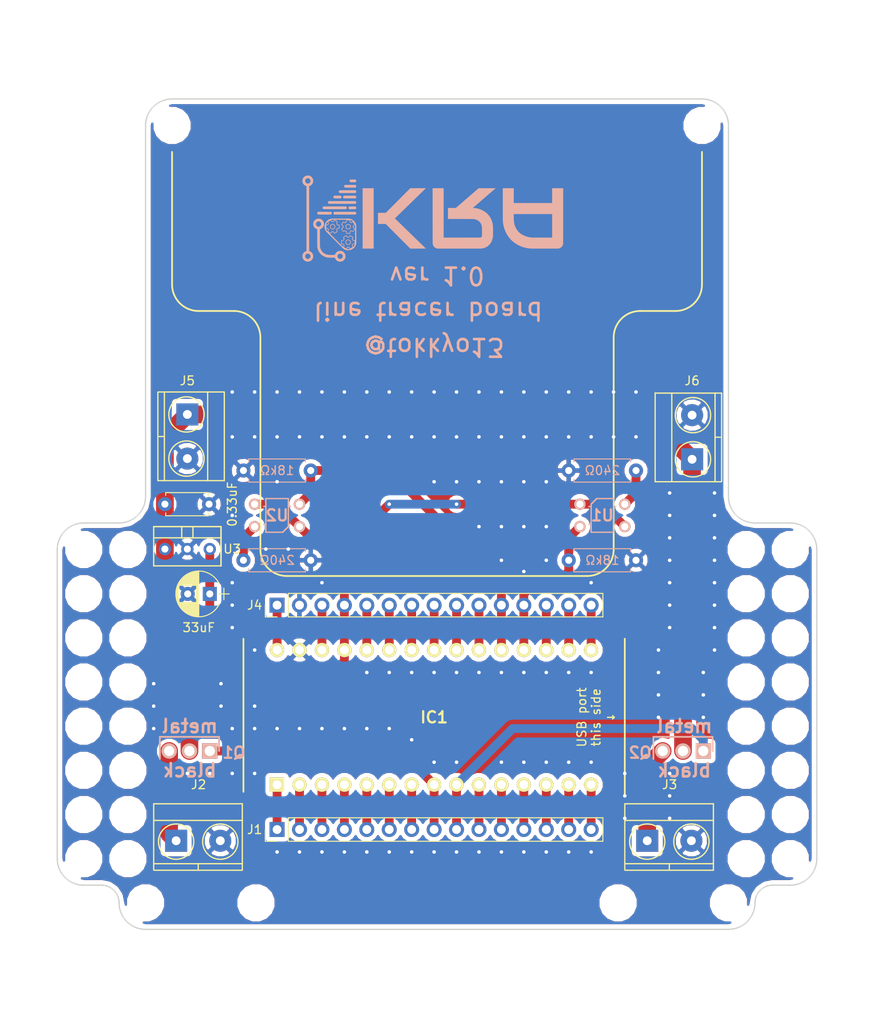
<source format=kicad_pcb>
(kicad_pcb (version 4) (host pcbnew 4.0.7)
  (layers (0 F.Cu signal) (31 B.Cu signal) (34 B.Paste user) (35 F.Paste user) (36 B.SilkS user) (37 F.SilkS user) (38 B.Mask user) (39 F.Mask user) (44 Edge.Cuts user))
  (net 0 "")
  (net 1 +6V)
  (net 2 GND)
  (net 3 +5V)
  (net 4 "Net-(IC1-Pad1)")
  (net 5 "Net-(IC1-Pad2)")
  (net 6 "Net-(IC1-Pad3)")
  (net 7 "Net-(IC1-Pad4)")
  (net 8 "Net-(IC1-Pad5)")
  (net 9 "Net-(IC1-Pad6)")
  (net 10 "Net-(IC1-Pad7)")
  (net 11 /motor1)
  (net 12 /motor2)
  (net 13 "Net-(IC1-Pad10)")
  (net 14 "Net-(IC1-Pad11)")
  (net 15 "Net-(IC1-Pad12)")
  (net 16 "Net-(IC1-Pad13)")
  (net 17 "Net-(IC1-Pad14)")
  (net 18 "Net-(IC1-Pad15)")
  (net 19 "Net-(IC1-Pad16)")
  (net 20 "Net-(IC1-Pad17)")
  (net 21 "Net-(IC1-Pad18)")
  (net 22 /analog1)
  (net 23 /analog2)
  (net 24 "Net-(IC1-Pad21)")
  (net 25 "Net-(IC1-Pad22)")
  (net 26 "Net-(IC1-Pad23)")
  (net 27 "Net-(IC1-Pad24)")
  (net 28 "Net-(IC1-Pad25)")
  (net 29 "Net-(IC1-Pad26)")
  (net 30 "Net-(IC1-Pad28)")
  (net 31 "Net-(IC1-Pad30)")
  (net 32 "Net-(J2-Pad1)")
  (net 33 "Net-(J3-Pad1)")
  (net 34 "Net-(R1-Pad1)")
  (net 35 "Net-(R2-Pad1)")
  (module Mounting_Holes:MountingHole_3.2mm_M3 (layer F.Cu) (at 133.5 148)
    (fp_text reference "" (at 0 -4.2) (layer F.SilkS))
    (fp_text value MountingHole_3.2mm_M3)
    (pad 1 np_thru_hole circle (at 0 0) (size 3.2 3.2) (drill 3.2) (layers *.Cu *.Mask))
  )
  (module Mounting_Holes:MountingHole_3.2mm_M3 (layer F.Cu) (at 174.5 148)
    (fp_text reference "" (at 0 -4.2) (layer F.SilkS))
    (fp_text value MountingHole_3.2mm_M3)
    (pad 1 np_thru_hole circle (at 0 0) (size 3.2 3.2) (drill 3.2) (layers *.Cu *.Mask))
  )
  (module Mounting_Holes:MountingHole_3.2mm_M3 (layer F.Cu) (at 121 148)
    (fp_text reference "" (at 0 -4.2) (layer F.SilkS))
    (fp_text value MountingHole_3.2mm_M3)
    (pad 1 np_thru_hole circle (at 0 0) (size 3.2 3.2) (drill 3.2) (layers *.Cu *.Mask))
  )
  (module Mounting_Holes:MountingHole_3.2mm_M3 (layer F.Cu) (at 187 148)
    (fp_text reference "" (at 0 -4.2) (layer F.SilkS))
    (fp_text value MountingHole_3.2mm_M3)
    (pad 1 np_thru_hole circle (at 0 0) (size 3.2 3.2) (drill 3.2) (layers *.Cu *.Mask))
  )
  (module Mounting_Holes:MountingHole_3.2mm_M3 (layer F.Cu) (at 114 143)
    (fp_text reference "" (at 0 -4.2) (layer F.SilkS))
    (fp_text value MountingHole_3.2mm_M3)
    (pad 1 np_thru_hole circle (at 0 0) (size 3.2 3.2) (drill 3.2) (layers *.Cu *.Mask))
  )
  (module Mounting_Holes:MountingHole_3.2mm_M3 (layer F.Cu) (at 114 138)
    (fp_text reference "" (at 0 -4.2) (layer F.SilkS))
    (fp_text value MountingHole_3.2mm_M3)
    (pad 1 np_thru_hole circle (at 0 0) (size 3.2 3.2) (drill 3.2) (layers *.Cu *.Mask))
  )
  (module Mounting_Holes:MountingHole_3.2mm_M3 (layer F.Cu) (at 114 133)
    (fp_text reference "" (at 0 -4.2) (layer F.SilkS))
    (fp_text value MountingHole_3.2mm_M3)
    (pad 1 np_thru_hole circle (at 0 0) (size 3.2 3.2) (drill 3.2) (layers *.Cu *.Mask))
  )
  (module Mounting_Holes:MountingHole_3.2mm_M3 (layer F.Cu) (at 114 128)
    (fp_text reference "" (at 0 -4.2) (layer F.SilkS))
    (fp_text value MountingHole_3.2mm_M3)
    (pad 1 np_thru_hole circle (at 0 0) (size 3.2 3.2) (drill 3.2) (layers *.Cu *.Mask))
  )
  (module Mounting_Holes:MountingHole_3.2mm_M3 (layer F.Cu) (at 114 123)
    (fp_text reference "" (at 0 -4.2) (layer F.SilkS))
    (fp_text value MountingHole_3.2mm_M3)
    (pad 1 np_thru_hole circle (at 0 0) (size 3.2 3.2) (drill 3.2) (layers *.Cu *.Mask))
  )
  (module Mounting_Holes:MountingHole_3.2mm_M3 (layer F.Cu) (at 114 118)
    (fp_text reference "" (at 0 -4.2) (layer F.SilkS))
    (fp_text value MountingHole_3.2mm_M3)
    (pad 1 np_thru_hole circle (at 0 0) (size 3.2 3.2) (drill 3.2) (layers *.Cu *.Mask))
  )
  (module Mounting_Holes:MountingHole_3.2mm_M3 (layer F.Cu) (at 114 113)
    (fp_text reference "" (at 0 -4.2) (layer F.SilkS))
    (fp_text value MountingHole_3.2mm_M3)
    (pad 1 np_thru_hole circle (at 0 0) (size 3.2 3.2) (drill 3.2) (layers *.Cu *.Mask))
  )
  (module Mounting_Holes:MountingHole_3.2mm_M3 (layer F.Cu) (at 114 108)
    (fp_text reference "" (at 0 -4.2) (layer F.SilkS))
    (fp_text value MountingHole_3.2mm_M3)
    (pad 1 np_thru_hole circle (at 0 0) (size 3.2 3.2) (drill 3.2) (layers *.Cu *.Mask))
  )
  (module Mounting_Holes:MountingHole_3.2mm_M3 (layer F.Cu) (at 114 108)
    (fp_text reference "" (at 0 -4.2) (layer F.SilkS))
    (fp_text value MountingHole_3.2mm_M3)
    (pad 1 np_thru_hole circle (at 0 0) (size 3.2 3.2) (drill 3.2) (layers *.Cu *.Mask))
  )
  (module Mounting_Holes:MountingHole_3.2mm_M3 (layer F.Cu) (at 114 113)
    (fp_text reference "" (at 0 -4.2) (layer F.SilkS))
    (fp_text value MountingHole_3.2mm_M3)
    (pad 1 np_thru_hole circle (at 0 0) (size 3.2 3.2) (drill 3.2) (layers *.Cu *.Mask))
  )
  (module Mounting_Holes:MountingHole_3.2mm_M3 (layer F.Cu) (at 114 118)
    (fp_text reference "" (at 0 -4.2) (layer F.SilkS))
    (fp_text value MountingHole_3.2mm_M3)
    (pad 1 np_thru_hole circle (at 0 0) (size 3.2 3.2) (drill 3.2) (layers *.Cu *.Mask))
  )
  (module Mounting_Holes:MountingHole_3.2mm_M3 (layer F.Cu) (at 114 123)
    (fp_text reference "" (at 0 -4.2) (layer F.SilkS))
    (fp_text value MountingHole_3.2mm_M3)
    (pad 1 np_thru_hole circle (at 0 0) (size 3.2 3.2) (drill 3.2) (layers *.Cu *.Mask))
  )
  (module Mounting_Holes:MountingHole_3.2mm_M3 (layer F.Cu) (at 114 128)
    (fp_text reference "" (at 0 -4.2) (layer F.SilkS))
    (fp_text value MountingHole_3.2mm_M3)
    (pad 1 np_thru_hole circle (at 0 0) (size 3.2 3.2) (drill 3.2) (layers *.Cu *.Mask))
  )
  (module Mounting_Holes:MountingHole_3.2mm_M3 (layer F.Cu) (at 114 133)
    (fp_text reference "" (at 0 -4.2) (layer F.SilkS))
    (fp_text value MountingHole_3.2mm_M3)
    (pad 1 np_thru_hole circle (at 0 0) (size 3.2 3.2) (drill 3.2) (layers *.Cu *.Mask))
  )
  (module Mounting_Holes:MountingHole_3.2mm_M3 (layer F.Cu) (at 114 138)
    (fp_text reference "" (at 0 -4.2) (layer F.SilkS))
    (fp_text value MountingHole_3.2mm_M3)
    (pad 1 np_thru_hole circle (at 0 0) (size 3.2 3.2) (drill 3.2) (layers *.Cu *.Mask))
  )
  (module Mounting_Holes:MountingHole_3.2mm_M3 (layer F.Cu) (at 114 143)
    (fp_text reference "" (at 0 -4.2) (layer F.SilkS))
    (fp_text value MountingHole_3.2mm_M3)
    (pad 1 np_thru_hole circle (at 0 0) (size 3.2 3.2) (drill 3.2) (layers *.Cu *.Mask))
  )
  (module Mounting_Holes:MountingHole_3.2mm_M3 (layer F.Cu) (at 114 143)
    (fp_text reference "" (at 0 -4.2) (layer F.SilkS))
    (fp_text value MountingHole_3.2mm_M3)
    (pad 1 np_thru_hole circle (at 0 0) (size 3.2 3.2) (drill 3.2) (layers *.Cu *.Mask))
  )
  (module Mounting_Holes:MountingHole_3.2mm_M3 (layer F.Cu) (at 114 138)
    (fp_text reference "" (at 0 -4.2) (layer F.SilkS))
    (fp_text value MountingHole_3.2mm_M3)
    (pad 1 np_thru_hole circle (at 0 0) (size 3.2 3.2) (drill 3.2) (layers *.Cu *.Mask))
  )
  (module Mounting_Holes:MountingHole_3.2mm_M3 (layer F.Cu) (at 114 133)
    (fp_text reference "" (at 0 -4.2) (layer F.SilkS))
    (fp_text value MountingHole_3.2mm_M3)
    (pad 1 np_thru_hole circle (at 0 0) (size 3.2 3.2) (drill 3.2) (layers *.Cu *.Mask))
  )
  (module Mounting_Holes:MountingHole_3.2mm_M3 (layer F.Cu) (at 114 128)
    (fp_text reference "" (at 0 -4.2) (layer F.SilkS))
    (fp_text value MountingHole_3.2mm_M3)
    (pad 1 np_thru_hole circle (at 0 0) (size 3.2 3.2) (drill 3.2) (layers *.Cu *.Mask))
  )
  (module Mounting_Holes:MountingHole_3.2mm_M3 (layer F.Cu) (at 114 123)
    (fp_text reference "" (at 0 -4.2) (layer F.SilkS))
    (fp_text value MountingHole_3.2mm_M3)
    (pad 1 np_thru_hole circle (at 0 0) (size 3.2 3.2) (drill 3.2) (layers *.Cu *.Mask))
  )
  (module Mounting_Holes:MountingHole_3.2mm_M3 (layer F.Cu) (at 114 118)
    (fp_text reference "" (at 0 -4.2) (layer F.SilkS))
    (fp_text value MountingHole_3.2mm_M3)
    (pad 1 np_thru_hole circle (at 0 0) (size 3.2 3.2) (drill 3.2) (layers *.Cu *.Mask))
  )
  (module Mounting_Holes:MountingHole_3.2mm_M3 (layer F.Cu) (at 114 113)
    (fp_text reference "" (at 0 -4.2) (layer F.SilkS))
    (fp_text value MountingHole_3.2mm_M3)
    (pad 1 np_thru_hole circle (at 0 0) (size 3.2 3.2) (drill 3.2) (layers *.Cu *.Mask))
  )
  (module Mounting_Holes:MountingHole_3.2mm_M3 (layer F.Cu) (at 114 108)
    (fp_text reference "" (at 0 -4.2) (layer F.SilkS))
    (fp_text value MountingHole_3.2mm_M3)
    (pad 1 np_thru_hole circle (at 0 0) (size 3.2 3.2) (drill 3.2) (layers *.Cu *.Mask))
  )
  (module Mounting_Holes:MountingHole_3.2mm_M3 (layer F.Cu) (at 114 108)
    (fp_text reference "" (at 0 -4.2) (layer F.SilkS))
    (fp_text value MountingHole_3.2mm_M3)
    (pad 1 np_thru_hole circle (at 0 0) (size 3.2 3.2) (drill 3.2) (layers *.Cu *.Mask))
  )
  (module Mounting_Holes:MountingHole_3.2mm_M3 (layer F.Cu) (at 114 113)
    (fp_text reference "" (at 0 -4.2) (layer F.SilkS))
    (fp_text value MountingHole_3.2mm_M3)
    (pad 1 np_thru_hole circle (at 0 0) (size 3.2 3.2) (drill 3.2) (layers *.Cu *.Mask))
  )
  (module Mounting_Holes:MountingHole_3.2mm_M3 (layer F.Cu) (at 114 118)
    (fp_text reference "" (at 0 -4.2) (layer F.SilkS))
    (fp_text value MountingHole_3.2mm_M3)
    (pad 1 np_thru_hole circle (at 0 0) (size 3.2 3.2) (drill 3.2) (layers *.Cu *.Mask))
  )
  (module Mounting_Holes:MountingHole_3.2mm_M3 (layer F.Cu) (at 114 123)
    (fp_text reference "" (at 0 -4.2) (layer F.SilkS))
    (fp_text value MountingHole_3.2mm_M3)
    (pad 1 np_thru_hole circle (at 0 0) (size 3.2 3.2) (drill 3.2) (layers *.Cu *.Mask))
  )
  (module Mounting_Holes:MountingHole_3.2mm_M3 (layer F.Cu) (at 114 128)
    (fp_text reference "" (at 0 -4.2) (layer F.SilkS))
    (fp_text value MountingHole_3.2mm_M3)
    (pad 1 np_thru_hole circle (at 0 0) (size 3.2 3.2) (drill 3.2) (layers *.Cu *.Mask))
  )
  (module Mounting_Holes:MountingHole_3.2mm_M3 (layer F.Cu) (at 114 133)
    (fp_text reference "" (at 0 -4.2) (layer F.SilkS))
    (fp_text value MountingHole_3.2mm_M3)
    (pad 1 np_thru_hole circle (at 0 0) (size 3.2 3.2) (drill 3.2) (layers *.Cu *.Mask))
  )
  (module Mounting_Holes:MountingHole_3.2mm_M3 (layer F.Cu) (at 114 138)
    (fp_text reference "" (at 0 -4.2) (layer F.SilkS))
    (fp_text value MountingHole_3.2mm_M3)
    (pad 1 np_thru_hole circle (at 0 0) (size 3.2 3.2) (drill 3.2) (layers *.Cu *.Mask))
  )
  (module Mounting_Holes:MountingHole_3.2mm_M3 (layer F.Cu) (at 114 143)
    (fp_text reference "" (at 0 -4.2) (layer F.SilkS))
    (fp_text value MountingHole_3.2mm_M3)
    (pad 1 np_thru_hole circle (at 0 0) (size 3.2 3.2) (drill 3.2) (layers *.Cu *.Mask))
  )
  (module Mounting_Holes:MountingHole_3.2mm_M3 (layer F.Cu) (at 119 138)
    (fp_text reference "" (at 0 -4.2) (layer F.SilkS))
    (fp_text value MountingHole_3.2mm_M3)
    (pad 1 np_thru_hole circle (at 0 0) (size 3.2 3.2) (drill 3.2) (layers *.Cu *.Mask))
  )
  (module Mounting_Holes:MountingHole_3.2mm_M3 (layer F.Cu) (at 119 133)
    (fp_text reference "" (at 0 -4.2) (layer F.SilkS))
    (fp_text value MountingHole_3.2mm_M3)
    (pad 1 np_thru_hole circle (at 0 0) (size 3.2 3.2) (drill 3.2) (layers *.Cu *.Mask))
  )
  (module Mounting_Holes:MountingHole_3.2mm_M3 (layer F.Cu) (at 119 128)
    (fp_text reference "" (at 0 -4.2) (layer F.SilkS))
    (fp_text value MountingHole_3.2mm_M3)
    (pad 1 np_thru_hole circle (at 0 0) (size 3.2 3.2) (drill 3.2) (layers *.Cu *.Mask))
  )
  (module Mounting_Holes:MountingHole_3.2mm_M3 (layer F.Cu) (at 119 123)
    (fp_text reference "" (at 0 -4.2) (layer F.SilkS))
    (fp_text value MountingHole_3.2mm_M3)
    (pad 1 np_thru_hole circle (at 0 0) (size 3.2 3.2) (drill 3.2) (layers *.Cu *.Mask))
  )
  (module Mounting_Holes:MountingHole_3.2mm_M3 (layer F.Cu) (at 119 118)
    (fp_text reference "" (at 0 -4.2) (layer F.SilkS))
    (fp_text value MountingHole_3.2mm_M3)
    (pad 1 np_thru_hole circle (at 0 0) (size 3.2 3.2) (drill 3.2) (layers *.Cu *.Mask))
  )
  (module Mounting_Holes:MountingHole_3.2mm_M3 (layer F.Cu) (at 119 113)
    (fp_text reference "" (at 0 -4.2) (layer F.SilkS))
    (fp_text value MountingHole_3.2mm_M3)
    (pad 1 np_thru_hole circle (at 0 0) (size 3.2 3.2) (drill 3.2) (layers *.Cu *.Mask))
  )
  (module Mounting_Holes:MountingHole_3.2mm_M3 (layer F.Cu) (at 119 108)
    (fp_text reference "" (at 0 -4.2) (layer F.SilkS))
    (fp_text value MountingHole_3.2mm_M3)
    (pad 1 np_thru_hole circle (at 0 0) (size 3.2 3.2) (drill 3.2) (layers *.Cu *.Mask))
  )
  (module Mounting_Holes:MountingHole_3.2mm_M3 (layer F.Cu) (at 119 108)
    (fp_text reference "" (at 0 -4.2) (layer F.SilkS))
    (fp_text value MountingHole_3.2mm_M3)
    (pad 1 np_thru_hole circle (at 0 0) (size 3.2 3.2) (drill 3.2) (layers *.Cu *.Mask))
  )
  (module Mounting_Holes:MountingHole_3.2mm_M3 (layer F.Cu) (at 119 113)
    (fp_text reference "" (at 0 -4.2) (layer F.SilkS))
    (fp_text value MountingHole_3.2mm_M3)
    (pad 1 np_thru_hole circle (at 0 0) (size 3.2 3.2) (drill 3.2) (layers *.Cu *.Mask))
  )
  (module Mounting_Holes:MountingHole_3.2mm_M3 (layer F.Cu) (at 119 118)
    (fp_text reference "" (at 0 -4.2) (layer F.SilkS))
    (fp_text value MountingHole_3.2mm_M3)
    (pad 1 np_thru_hole circle (at 0 0) (size 3.2 3.2) (drill 3.2) (layers *.Cu *.Mask))
  )
  (module Mounting_Holes:MountingHole_3.2mm_M3 (layer F.Cu) (at 119 123)
    (fp_text reference "" (at 0 -4.2) (layer F.SilkS))
    (fp_text value MountingHole_3.2mm_M3)
    (pad 1 np_thru_hole circle (at 0 0) (size 3.2 3.2) (drill 3.2) (layers *.Cu *.Mask))
  )
  (module Mounting_Holes:MountingHole_3.2mm_M3 (layer F.Cu) (at 119 128)
    (fp_text reference "" (at 0 -4.2) (layer F.SilkS))
    (fp_text value MountingHole_3.2mm_M3)
    (pad 1 np_thru_hole circle (at 0 0) (size 3.2 3.2) (drill 3.2) (layers *.Cu *.Mask))
  )
  (module Mounting_Holes:MountingHole_3.2mm_M3 (layer F.Cu) (at 119 133)
    (fp_text reference "" (at 0 -4.2) (layer F.SilkS))
    (fp_text value MountingHole_3.2mm_M3)
    (pad 1 np_thru_hole circle (at 0 0) (size 3.2 3.2) (drill 3.2) (layers *.Cu *.Mask))
  )
  (module Mounting_Holes:MountingHole_3.2mm_M3 (layer F.Cu) (at 119 138)
    (fp_text reference "" (at 0 -4.2) (layer F.SilkS))
    (fp_text value MountingHole_3.2mm_M3)
    (pad 1 np_thru_hole circle (at 0 0) (size 3.2 3.2) (drill 3.2) (layers *.Cu *.Mask))
  )
  (module Mounting_Holes:MountingHole_3.2mm_M3 (layer F.Cu) (at 119 143)
    (fp_text reference "" (at 0 -4.2) (layer F.SilkS))
    (fp_text value MountingHole_3.2mm_M3)
    (pad 1 np_thru_hole circle (at 0 0) (size 3.2 3.2) (drill 3.2) (layers *.Cu *.Mask))
  )
  (module Mounting_Holes:MountingHole_3.2mm_M3 (layer F.Cu) (at 119 143)
    (fp_text reference "" (at 0 -4.2) (layer F.SilkS))
    (fp_text value MountingHole_3.2mm_M3)
    (pad 1 np_thru_hole circle (at 0 0) (size 3.2 3.2) (drill 3.2) (layers *.Cu *.Mask))
  )
  (module Mounting_Holes:MountingHole_3.2mm_M3 (layer F.Cu) (at 119 138)
    (fp_text reference "" (at 0 -4.2) (layer F.SilkS))
    (fp_text value MountingHole_3.2mm_M3)
    (pad 1 np_thru_hole circle (at 0 0) (size 3.2 3.2) (drill 3.2) (layers *.Cu *.Mask))
  )
  (module Mounting_Holes:MountingHole_3.2mm_M3 (layer F.Cu) (at 119 133)
    (fp_text reference "" (at 0 -4.2) (layer F.SilkS))
    (fp_text value MountingHole_3.2mm_M3)
    (pad 1 np_thru_hole circle (at 0 0) (size 3.2 3.2) (drill 3.2) (layers *.Cu *.Mask))
  )
  (module Mounting_Holes:MountingHole_3.2mm_M3 (layer F.Cu) (at 119 128)
    (fp_text reference "" (at 0 -4.2) (layer F.SilkS))
    (fp_text value MountingHole_3.2mm_M3)
    (pad 1 np_thru_hole circle (at 0 0) (size 3.2 3.2) (drill 3.2) (layers *.Cu *.Mask))
  )
  (module Mounting_Holes:MountingHole_3.2mm_M3 (layer F.Cu) (at 119 123)
    (fp_text reference "" (at 0 -4.2) (layer F.SilkS))
    (fp_text value MountingHole_3.2mm_M3)
    (pad 1 np_thru_hole circle (at 0 0) (size 3.2 3.2) (drill 3.2) (layers *.Cu *.Mask))
  )
  (module Mounting_Holes:MountingHole_3.2mm_M3 (layer F.Cu) (at 119 118)
    (fp_text reference "" (at 0 -4.2) (layer F.SilkS))
    (fp_text value MountingHole_3.2mm_M3)
    (pad 1 np_thru_hole circle (at 0 0) (size 3.2 3.2) (drill 3.2) (layers *.Cu *.Mask))
  )
  (module Mounting_Holes:MountingHole_3.2mm_M3 (layer F.Cu) (at 119 113)
    (fp_text reference "" (at 0 -4.2) (layer F.SilkS))
    (fp_text value MountingHole_3.2mm_M3)
    (pad 1 np_thru_hole circle (at 0 0) (size 3.2 3.2) (drill 3.2) (layers *.Cu *.Mask))
  )
  (module Mounting_Holes:MountingHole_3.2mm_M3 (layer F.Cu) (at 119 108)
    (fp_text reference "" (at 0 -4.2) (layer F.SilkS))
    (fp_text value MountingHole_3.2mm_M3)
    (pad 1 np_thru_hole circle (at 0 0) (size 3.2 3.2) (drill 3.2) (layers *.Cu *.Mask))
  )
  (module Mounting_Holes:MountingHole_3.2mm_M3 (layer F.Cu) (at 119 108)
    (fp_text reference "" (at 0 -4.2) (layer F.SilkS))
    (fp_text value MountingHole_3.2mm_M3)
    (pad 1 np_thru_hole circle (at 0 0) (size 3.2 3.2) (drill 3.2) (layers *.Cu *.Mask))
  )
  (module Mounting_Holes:MountingHole_3.2mm_M3 (layer F.Cu) (at 119 113)
    (fp_text reference "" (at 0 -4.2) (layer F.SilkS))
    (fp_text value MountingHole_3.2mm_M3)
    (pad 1 np_thru_hole circle (at 0 0) (size 3.2 3.2) (drill 3.2) (layers *.Cu *.Mask))
  )
  (module Mounting_Holes:MountingHole_3.2mm_M3 (layer F.Cu) (at 119 118)
    (fp_text reference "" (at 0 -4.2) (layer F.SilkS))
    (fp_text value MountingHole_3.2mm_M3)
    (pad 1 np_thru_hole circle (at 0 0) (size 3.2 3.2) (drill 3.2) (layers *.Cu *.Mask))
  )
  (module Mounting_Holes:MountingHole_3.2mm_M3 (layer F.Cu) (at 119 123)
    (fp_text reference "" (at 0 -4.2) (layer F.SilkS))
    (fp_text value MountingHole_3.2mm_M3)
    (pad 1 np_thru_hole circle (at 0 0) (size 3.2 3.2) (drill 3.2) (layers *.Cu *.Mask))
  )
  (module Mounting_Holes:MountingHole_3.2mm_M3 (layer F.Cu) (at 119 128)
    (fp_text reference "" (at 0 -4.2) (layer F.SilkS))
    (fp_text value MountingHole_3.2mm_M3)
    (pad 1 np_thru_hole circle (at 0 0) (size 3.2 3.2) (drill 3.2) (layers *.Cu *.Mask))
  )
  (module Mounting_Holes:MountingHole_3.2mm_M3 (layer F.Cu) (at 119 133)
    (fp_text reference "" (at 0 -4.2) (layer F.SilkS))
    (fp_text value MountingHole_3.2mm_M3)
    (pad 1 np_thru_hole circle (at 0 0) (size 3.2 3.2) (drill 3.2) (layers *.Cu *.Mask))
  )
  (module Mounting_Holes:MountingHole_3.2mm_M3 (layer F.Cu) (at 119 138)
    (fp_text reference "" (at 0 -4.2) (layer F.SilkS))
    (fp_text value MountingHole_3.2mm_M3)
    (pad 1 np_thru_hole circle (at 0 0) (size 3.2 3.2) (drill 3.2) (layers *.Cu *.Mask))
  )
  (module Mounting_Holes:MountingHole_3.2mm_M3 (layer F.Cu) (at 119 143)
    (fp_text reference "" (at 0 -4.2) (layer F.SilkS))
    (fp_text value MountingHole_3.2mm_M3)
    (pad 1 np_thru_hole circle (at 0 0) (size 3.2 3.2) (drill 3.2) (layers *.Cu *.Mask))
  )
  (module Mounting_Holes:MountingHole_3.2mm_M3 (layer F.Cu) (at 194 143)
    (fp_text reference "" (at 0 -4.2) (layer F.SilkS))
    (fp_text value MountingHole_3.2mm_M3)
    (pad 1 np_thru_hole circle (at 0 0) (size 3.2 3.2) (drill 3.2) (layers *.Cu *.Mask))
  )
  (module Mounting_Holes:MountingHole_3.2mm_M3 (layer F.Cu) (at 194 138)
    (fp_text reference "" (at 0 -4.2) (layer F.SilkS))
    (fp_text value MountingHole_3.2mm_M3)
    (pad 1 np_thru_hole circle (at 0 0) (size 3.2 3.2) (drill 3.2) (layers *.Cu *.Mask))
  )
  (module Mounting_Holes:MountingHole_3.2mm_M3 (layer F.Cu) (at 194 133)
    (fp_text reference "" (at 0 -4.2) (layer F.SilkS))
    (fp_text value MountingHole_3.2mm_M3)
    (pad 1 np_thru_hole circle (at 0 0) (size 3.2 3.2) (drill 3.2) (layers *.Cu *.Mask))
  )
  (module Mounting_Holes:MountingHole_3.2mm_M3 (layer F.Cu) (at 194 128)
    (fp_text reference "" (at 0 -4.2) (layer F.SilkS))
    (fp_text value MountingHole_3.2mm_M3)
    (pad 1 np_thru_hole circle (at 0 0) (size 3.2 3.2) (drill 3.2) (layers *.Cu *.Mask))
  )
  (module Mounting_Holes:MountingHole_3.2mm_M3 (layer F.Cu) (at 194 123)
    (fp_text reference "" (at 0 -4.2) (layer F.SilkS))
    (fp_text value MountingHole_3.2mm_M3)
    (pad 1 np_thru_hole circle (at 0 0) (size 3.2 3.2) (drill 3.2) (layers *.Cu *.Mask))
  )
  (module Mounting_Holes:MountingHole_3.2mm_M3 (layer F.Cu) (at 194 118)
    (fp_text reference "" (at 0 -4.2) (layer F.SilkS))
    (fp_text value MountingHole_3.2mm_M3)
    (pad 1 np_thru_hole circle (at 0 0) (size 3.2 3.2) (drill 3.2) (layers *.Cu *.Mask))
  )
  (module Mounting_Holes:MountingHole_3.2mm_M3 (layer F.Cu) (at 194 113)
    (fp_text reference "" (at 0 -4.2) (layer F.SilkS))
    (fp_text value MountingHole_3.2mm_M3)
    (pad 1 np_thru_hole circle (at 0 0) (size 3.2 3.2) (drill 3.2) (layers *.Cu *.Mask))
  )
  (module Mounting_Holes:MountingHole_3.2mm_M3 (layer F.Cu) (at 194 108)
    (fp_text reference "" (at 0 -4.2) (layer F.SilkS))
    (fp_text value MountingHole_3.2mm_M3)
    (pad 1 np_thru_hole circle (at 0 0) (size 3.2 3.2) (drill 3.2) (layers *.Cu *.Mask))
  )
  (module Mounting_Holes:MountingHole_3.2mm_M3 (layer F.Cu) (at 194 108)
    (fp_text reference "" (at 0 -4.2) (layer F.SilkS))
    (fp_text value MountingHole_3.2mm_M3)
    (pad 1 np_thru_hole circle (at 0 0) (size 3.2 3.2) (drill 3.2) (layers *.Cu *.Mask))
  )
  (module Mounting_Holes:MountingHole_3.2mm_M3 (layer F.Cu) (at 194 113)
    (fp_text reference "" (at 0 -4.2) (layer F.SilkS))
    (fp_text value MountingHole_3.2mm_M3)
    (pad 1 np_thru_hole circle (at 0 0) (size 3.2 3.2) (drill 3.2) (layers *.Cu *.Mask))
  )
  (module Mounting_Holes:MountingHole_3.2mm_M3 (layer F.Cu) (at 194 118)
    (fp_text reference "" (at 0 -4.2) (layer F.SilkS))
    (fp_text value MountingHole_3.2mm_M3)
    (pad 1 np_thru_hole circle (at 0 0) (size 3.2 3.2) (drill 3.2) (layers *.Cu *.Mask))
  )
  (module Mounting_Holes:MountingHole_3.2mm_M3 (layer F.Cu) (at 194 123)
    (fp_text reference "" (at 0 -4.2) (layer F.SilkS))
    (fp_text value MountingHole_3.2mm_M3)
    (pad 1 np_thru_hole circle (at 0 0) (size 3.2 3.2) (drill 3.2) (layers *.Cu *.Mask))
  )
  (module Mounting_Holes:MountingHole_3.2mm_M3 (layer F.Cu) (at 194 128)
    (fp_text reference "" (at 0 -4.2) (layer F.SilkS))
    (fp_text value MountingHole_3.2mm_M3)
    (pad 1 np_thru_hole circle (at 0 0) (size 3.2 3.2) (drill 3.2) (layers *.Cu *.Mask))
  )
  (module Mounting_Holes:MountingHole_3.2mm_M3 (layer F.Cu) (at 194 133)
    (fp_text reference "" (at 0 -4.2) (layer F.SilkS))
    (fp_text value MountingHole_3.2mm_M3)
    (pad 1 np_thru_hole circle (at 0 0) (size 3.2 3.2) (drill 3.2) (layers *.Cu *.Mask))
  )
  (module Mounting_Holes:MountingHole_3.2mm_M3 (layer F.Cu) (at 194 138)
    (fp_text reference "" (at 0 -4.2) (layer F.SilkS))
    (fp_text value MountingHole_3.2mm_M3)
    (pad 1 np_thru_hole circle (at 0 0) (size 3.2 3.2) (drill 3.2) (layers *.Cu *.Mask))
  )
  (module Mounting_Holes:MountingHole_3.2mm_M3 (layer F.Cu) (at 194 143)
    (fp_text reference "" (at 0 -4.2) (layer F.SilkS))
    (fp_text value MountingHole_3.2mm_M3)
    (pad 1 np_thru_hole circle (at 0 0) (size 3.2 3.2) (drill 3.2) (layers *.Cu *.Mask))
  )
  (module Mounting_Holes:MountingHole_3.2mm_M3 (layer F.Cu) (at 194 143)
    (fp_text reference "" (at 0 -4.2) (layer F.SilkS))
    (fp_text value MountingHole_3.2mm_M3)
    (pad 1 np_thru_hole circle (at 0 0) (size 3.2 3.2) (drill 3.2) (layers *.Cu *.Mask))
  )
  (module Mounting_Holes:MountingHole_3.2mm_M3 (layer F.Cu) (at 194 138)
    (fp_text reference "" (at 0 -4.2) (layer F.SilkS))
    (fp_text value MountingHole_3.2mm_M3)
    (pad 1 np_thru_hole circle (at 0 0) (size 3.2 3.2) (drill 3.2) (layers *.Cu *.Mask))
  )
  (module Mounting_Holes:MountingHole_3.2mm_M3 (layer F.Cu) (at 194 133)
    (fp_text reference "" (at 0 -4.2) (layer F.SilkS))
    (fp_text value MountingHole_3.2mm_M3)
    (pad 1 np_thru_hole circle (at 0 0) (size 3.2 3.2) (drill 3.2) (layers *.Cu *.Mask))
  )
  (module Mounting_Holes:MountingHole_3.2mm_M3 (layer F.Cu) (at 194 128)
    (fp_text reference "" (at 0 -4.2) (layer F.SilkS))
    (fp_text value MountingHole_3.2mm_M3)
    (pad 1 np_thru_hole circle (at 0 0) (size 3.2 3.2) (drill 3.2) (layers *.Cu *.Mask))
  )
  (module Mounting_Holes:MountingHole_3.2mm_M3 (layer F.Cu) (at 194 123)
    (fp_text reference "" (at 0 -4.2) (layer F.SilkS))
    (fp_text value MountingHole_3.2mm_M3)
    (pad 1 np_thru_hole circle (at 0 0) (size 3.2 3.2) (drill 3.2) (layers *.Cu *.Mask))
  )
  (module Mounting_Holes:MountingHole_3.2mm_M3 (layer F.Cu) (at 194 118)
    (fp_text reference "" (at 0 -4.2) (layer F.SilkS))
    (fp_text value MountingHole_3.2mm_M3)
    (pad 1 np_thru_hole circle (at 0 0) (size 3.2 3.2) (drill 3.2) (layers *.Cu *.Mask))
  )
  (module Mounting_Holes:MountingHole_3.2mm_M3 (layer F.Cu) (at 194 113)
    (fp_text reference "" (at 0 -4.2) (layer F.SilkS))
    (fp_text value MountingHole_3.2mm_M3)
    (pad 1 np_thru_hole circle (at 0 0) (size 3.2 3.2) (drill 3.2) (layers *.Cu *.Mask))
  )
  (module Mounting_Holes:MountingHole_3.2mm_M3 (layer F.Cu) (at 194 108)
    (fp_text reference "" (at 0 -4.2) (layer F.SilkS))
    (fp_text value MountingHole_3.2mm_M3)
    (pad 1 np_thru_hole circle (at 0 0) (size 3.2 3.2) (drill 3.2) (layers *.Cu *.Mask))
  )
  (module Mounting_Holes:MountingHole_3.2mm_M3 (layer F.Cu) (at 194 108)
    (fp_text reference "" (at 0 -4.2) (layer F.SilkS))
    (fp_text value MountingHole_3.2mm_M3)
    (pad 1 np_thru_hole circle (at 0 0) (size 3.2 3.2) (drill 3.2) (layers *.Cu *.Mask))
  )
  (module Mounting_Holes:MountingHole_3.2mm_M3 (layer F.Cu) (at 194 113)
    (fp_text reference "" (at 0 -4.2) (layer F.SilkS))
    (fp_text value MountingHole_3.2mm_M3)
    (pad 1 np_thru_hole circle (at 0 0) (size 3.2 3.2) (drill 3.2) (layers *.Cu *.Mask))
  )
  (module Mounting_Holes:MountingHole_3.2mm_M3 (layer F.Cu) (at 194 118)
    (fp_text reference "" (at 0 -4.2) (layer F.SilkS))
    (fp_text value MountingHole_3.2mm_M3)
    (pad 1 np_thru_hole circle (at 0 0) (size 3.2 3.2) (drill 3.2) (layers *.Cu *.Mask))
  )
  (module Mounting_Holes:MountingHole_3.2mm_M3 (layer F.Cu) (at 194 123)
    (fp_text reference "" (at 0 -4.2) (layer F.SilkS))
    (fp_text value MountingHole_3.2mm_M3)
    (pad 1 np_thru_hole circle (at 0 0) (size 3.2 3.2) (drill 3.2) (layers *.Cu *.Mask))
  )
  (module Mounting_Holes:MountingHole_3.2mm_M3 (layer F.Cu) (at 194 128)
    (fp_text reference "" (at 0 -4.2) (layer F.SilkS))
    (fp_text value MountingHole_3.2mm_M3)
    (pad 1 np_thru_hole circle (at 0 0) (size 3.2 3.2) (drill 3.2) (layers *.Cu *.Mask))
  )
  (module Mounting_Holes:MountingHole_3.2mm_M3 (layer F.Cu) (at 194 133)
    (fp_text reference "" (at 0 -4.2) (layer F.SilkS))
    (fp_text value MountingHole_3.2mm_M3)
    (pad 1 np_thru_hole circle (at 0 0) (size 3.2 3.2) (drill 3.2) (layers *.Cu *.Mask))
  )
  (module Mounting_Holes:MountingHole_3.2mm_M3 (layer F.Cu) (at 194 138)
    (fp_text reference "" (at 0 -4.2) (layer F.SilkS))
    (fp_text value MountingHole_3.2mm_M3)
    (pad 1 np_thru_hole circle (at 0 0) (size 3.2 3.2) (drill 3.2) (layers *.Cu *.Mask))
  )
  (module Mounting_Holes:MountingHole_3.2mm_M3 (layer F.Cu) (at 194 143)
    (fp_text reference "" (at 0 -4.2) (layer F.SilkS))
    (fp_text value MountingHole_3.2mm_M3)
    (pad 1 np_thru_hole circle (at 0 0) (size 3.2 3.2) (drill 3.2) (layers *.Cu *.Mask))
  )
  (module Mounting_Holes:MountingHole_3.2mm_M3 (layer F.Cu) (at 189 143)
    (fp_text reference "" (at 0 -4.2) (layer F.SilkS))
    (fp_text value MountingHole_3.2mm_M3)
    (pad 1 np_thru_hole circle (at 0 0) (size 3.2 3.2) (drill 3.2) (layers *.Cu *.Mask))
  )
  (module Mounting_Holes:MountingHole_3.2mm_M3 (layer F.Cu) (at 189 138)
    (fp_text reference "" (at 0 -4.2) (layer F.SilkS))
    (fp_text value MountingHole_3.2mm_M3)
    (pad 1 np_thru_hole circle (at 0 0) (size 3.2 3.2) (drill 3.2) (layers *.Cu *.Mask))
  )
  (module Mounting_Holes:MountingHole_3.2mm_M3 (layer F.Cu) (at 189 133)
    (fp_text reference "" (at 0 -4.2) (layer F.SilkS))
    (fp_text value MountingHole_3.2mm_M3)
    (pad 1 np_thru_hole circle (at 0 0) (size 3.2 3.2) (drill 3.2) (layers *.Cu *.Mask))
  )
  (module Mounting_Holes:MountingHole_3.2mm_M3 (layer F.Cu) (at 189 128)
    (fp_text reference "" (at 0 -4.2) (layer F.SilkS))
    (fp_text value MountingHole_3.2mm_M3)
    (pad 1 np_thru_hole circle (at 0 0) (size 3.2 3.2) (drill 3.2) (layers *.Cu *.Mask))
  )
  (module Mounting_Holes:MountingHole_3.2mm_M3 (layer F.Cu) (at 189 123)
    (fp_text reference "" (at 0 -4.2) (layer F.SilkS))
    (fp_text value MountingHole_3.2mm_M3)
    (pad 1 np_thru_hole circle (at 0 0) (size 3.2 3.2) (drill 3.2) (layers *.Cu *.Mask))
  )
  (module Mounting_Holes:MountingHole_3.2mm_M3 (layer F.Cu) (at 189 118)
    (fp_text reference "" (at 0 -4.2) (layer F.SilkS))
    (fp_text value MountingHole_3.2mm_M3)
    (pad 1 np_thru_hole circle (at 0 0) (size 3.2 3.2) (drill 3.2) (layers *.Cu *.Mask))
  )
  (module Mounting_Holes:MountingHole_3.2mm_M3 (layer F.Cu) (at 189 113)
    (fp_text reference "" (at 0 -4.2) (layer F.SilkS))
    (fp_text value MountingHole_3.2mm_M3)
    (pad 1 np_thru_hole circle (at 0 0) (size 3.2 3.2) (drill 3.2) (layers *.Cu *.Mask))
  )
  (module Mounting_Holes:MountingHole_3.2mm_M3 (layer F.Cu) (at 189 108)
    (fp_text reference "" (at 0 -4.2) (layer F.SilkS))
    (fp_text value MountingHole_3.2mm_M3)
    (pad 1 np_thru_hole circle (at 0 0) (size 3.2 3.2) (drill 3.2) (layers *.Cu *.Mask))
  )
  (module Mounting_Holes:MountingHole_3.2mm_M3 (layer F.Cu) (at 189 108)
    (fp_text reference "" (at 0 -4.2) (layer F.SilkS))
    (fp_text value MountingHole_3.2mm_M3)
    (pad 1 np_thru_hole circle (at 0 0) (size 3.2 3.2) (drill 3.2) (layers *.Cu *.Mask))
  )
  (module Mounting_Holes:MountingHole_3.2mm_M3 (layer F.Cu) (at 189 113)
    (fp_text reference "" (at 0 -4.2) (layer F.SilkS))
    (fp_text value MountingHole_3.2mm_M3)
    (pad 1 np_thru_hole circle (at 0 0) (size 3.2 3.2) (drill 3.2) (layers *.Cu *.Mask))
  )
  (module Mounting_Holes:MountingHole_3.2mm_M3 (layer F.Cu) (at 189 118)
    (fp_text reference "" (at 0 -4.2) (layer F.SilkS))
    (fp_text value MountingHole_3.2mm_M3)
    (pad 1 np_thru_hole circle (at 0 0) (size 3.2 3.2) (drill 3.2) (layers *.Cu *.Mask))
  )
  (module Mounting_Holes:MountingHole_3.2mm_M3 (layer F.Cu) (at 189 123)
    (fp_text reference "" (at 0 -4.2) (layer F.SilkS))
    (fp_text value MountingHole_3.2mm_M3)
    (pad 1 np_thru_hole circle (at 0 0) (size 3.2 3.2) (drill 3.2) (layers *.Cu *.Mask))
  )
  (module Mounting_Holes:MountingHole_3.2mm_M3 (layer F.Cu) (at 189 128)
    (fp_text reference "" (at 0 -4.2) (layer F.SilkS))
    (fp_text value MountingHole_3.2mm_M3)
    (pad 1 np_thru_hole circle (at 0 0) (size 3.2 3.2) (drill 3.2) (layers *.Cu *.Mask))
  )
  (module Mounting_Holes:MountingHole_3.2mm_M3 (layer F.Cu) (at 189 133)
    (fp_text reference "" (at 0 -4.2) (layer F.SilkS))
    (fp_text value MountingHole_3.2mm_M3)
    (pad 1 np_thru_hole circle (at 0 0) (size 3.2 3.2) (drill 3.2) (layers *.Cu *.Mask))
  )
  (module Mounting_Holes:MountingHole_3.2mm_M3 (layer F.Cu) (at 189 138)
    (fp_text reference "" (at 0 -4.2) (layer F.SilkS))
    (fp_text value MountingHole_3.2mm_M3)
    (pad 1 np_thru_hole circle (at 0 0) (size 3.2 3.2) (drill 3.2) (layers *.Cu *.Mask))
  )
  (module Mounting_Holes:MountingHole_3.2mm_M3 (layer F.Cu) (at 189 143)
    (fp_text reference "" (at 0 -4.2) (layer F.SilkS))
    (fp_text value MountingHole_3.2mm_M3)
    (pad 1 np_thru_hole circle (at 0 0) (size 3.2 3.2) (drill 3.2) (layers *.Cu *.Mask))
  )
  (module Mounting_Holes:MountingHole_3.2mm_M3 (layer F.Cu) (at 189 143)
    (fp_text reference "" (at 0 -4.2) (layer F.SilkS))
    (fp_text value MountingHole_3.2mm_M3)
    (pad 1 np_thru_hole circle (at 0 0) (size 3.2 3.2) (drill 3.2) (layers *.Cu *.Mask))
  )
  (module Mounting_Holes:MountingHole_3.2mm_M3 (layer F.Cu) (at 189 138)
    (fp_text reference "" (at 0 -4.2) (layer F.SilkS))
    (fp_text value MountingHole_3.2mm_M3)
    (pad 1 np_thru_hole circle (at 0 0) (size 3.2 3.2) (drill 3.2) (layers *.Cu *.Mask))
  )
  (module Mounting_Holes:MountingHole_3.2mm_M3 (layer F.Cu) (at 189 133)
    (fp_text reference "" (at 0 -4.2) (layer F.SilkS))
    (fp_text value MountingHole_3.2mm_M3)
    (pad 1 np_thru_hole circle (at 0 0) (size 3.2 3.2) (drill 3.2) (layers *.Cu *.Mask))
  )
  (module Mounting_Holes:MountingHole_3.2mm_M3 (layer F.Cu) (at 189 128)
    (fp_text reference "" (at 0 -4.2) (layer F.SilkS))
    (fp_text value MountingHole_3.2mm_M3)
    (pad 1 np_thru_hole circle (at 0 0) (size 3.2 3.2) (drill 3.2) (layers *.Cu *.Mask))
  )
  (module Mounting_Holes:MountingHole_3.2mm_M3 (layer F.Cu) (at 189 123)
    (fp_text reference "" (at 0 -4.2) (layer F.SilkS))
    (fp_text value MountingHole_3.2mm_M3)
    (pad 1 np_thru_hole circle (at 0 0) (size 3.2 3.2) (drill 3.2) (layers *.Cu *.Mask))
  )
  (module Mounting_Holes:MountingHole_3.2mm_M3 (layer F.Cu) (at 189 118)
    (fp_text reference "" (at 0 -4.2) (layer F.SilkS))
    (fp_text value MountingHole_3.2mm_M3)
    (pad 1 np_thru_hole circle (at 0 0) (size 3.2 3.2) (drill 3.2) (layers *.Cu *.Mask))
  )
  (module Mounting_Holes:MountingHole_3.2mm_M3 (layer F.Cu) (at 189 113)
    (fp_text reference "" (at 0 -4.2) (layer F.SilkS))
    (fp_text value MountingHole_3.2mm_M3)
    (pad 1 np_thru_hole circle (at 0 0) (size 3.2 3.2) (drill 3.2) (layers *.Cu *.Mask))
  )
  (module Mounting_Holes:MountingHole_3.2mm_M3 (layer F.Cu) (at 189 108)
    (fp_text reference "" (at 0 -4.2) (layer F.SilkS))
    (fp_text value MountingHole_3.2mm_M3)
    (pad 1 np_thru_hole circle (at 0 0) (size 3.2 3.2) (drill 3.2) (layers *.Cu *.Mask))
  )
  (module Mounting_Holes:MountingHole_3.2mm_M3 (layer F.Cu) (at 189 108)
    (fp_text reference "" (at 0 -4.2) (layer F.SilkS))
    (fp_text value MountingHole_3.2mm_M3)
    (pad 1 np_thru_hole circle (at 0 0) (size 3.2 3.2) (drill 3.2) (layers *.Cu *.Mask))
  )
  (module Mounting_Holes:MountingHole_3.2mm_M3 (layer F.Cu) (at 189 113)
    (fp_text reference "" (at 0 -4.2) (layer F.SilkS))
    (fp_text value MountingHole_3.2mm_M3)
    (pad 1 np_thru_hole circle (at 0 0) (size 3.2 3.2) (drill 3.2) (layers *.Cu *.Mask))
  )
  (module Mounting_Holes:MountingHole_3.2mm_M3 (layer F.Cu) (at 189 118)
    (fp_text reference "" (at 0 -4.2) (layer F.SilkS))
    (fp_text value MountingHole_3.2mm_M3)
    (pad 1 np_thru_hole circle (at 0 0) (size 3.2 3.2) (drill 3.2) (layers *.Cu *.Mask))
  )
  (module Mounting_Holes:MountingHole_3.2mm_M3 (layer F.Cu) (at 189 123)
    (fp_text reference "" (at 0 -4.2) (layer F.SilkS))
    (fp_text value MountingHole_3.2mm_M3)
    (pad 1 np_thru_hole circle (at 0 0) (size 3.2 3.2) (drill 3.2) (layers *.Cu *.Mask))
  )
  (module Mounting_Holes:MountingHole_3.2mm_M3 (layer F.Cu) (at 189 128)
    (fp_text reference "" (at 0 -4.2) (layer F.SilkS))
    (fp_text value MountingHole_3.2mm_M3)
    (pad 1 np_thru_hole circle (at 0 0) (size 3.2 3.2) (drill 3.2) (layers *.Cu *.Mask))
  )
  (module Mounting_Holes:MountingHole_3.2mm_M3 (layer F.Cu) (at 189 133)
    (fp_text reference "" (at 0 -4.2) (layer F.SilkS))
    (fp_text value MountingHole_3.2mm_M3)
    (pad 1 np_thru_hole circle (at 0 0) (size 3.2 3.2) (drill 3.2) (layers *.Cu *.Mask))
  )
  (module Mounting_Holes:MountingHole_3.2mm_M3 (layer F.Cu) (at 189 138)
    (fp_text reference "" (at 0 -4.2) (layer F.SilkS))
    (fp_text value MountingHole_3.2mm_M3)
    (pad 1 np_thru_hole circle (at 0 0) (size 3.2 3.2) (drill 3.2) (layers *.Cu *.Mask))
  )
  (module Mounting_Holes:MountingHole_3.2mm_M3 (layer F.Cu) (at 119 143)
    (fp_text reference "" (at 0 -4.2) (layer F.SilkS))
    (fp_text value MountingHole_3.2mm_M3)
    (pad 1 np_thru_hole circle (at 0 0) (size 3.2 3.2) (drill 3.2) (layers *.Cu *.Mask))
  )
  (module Mounting_Holes:MountingHole_3.2mm_M3 (layer F.Cu) (at 189 143)
    (fp_text reference "" (at 0 -4.2) (layer F.SilkS))
    (fp_text value MountingHole_3.2mm_M3)
    (pad 1 np_thru_hole circle (at 0 0) (size 3.2 3.2) (drill 3.2) (layers *.Cu *.Mask))
  )
  (module Capacitors_THT:C_Disc_D4.7mm_W2.5mm_P5.00mm (layer F.Cu) (at 123.19 102.87)
    (fp_text reference 0.33uF (at 7.62 0 90) (layer F.SilkS))
    (fp_text value 0.33uF)
    (pad 1 thru_hole circle (at 0 0) (size 1.6 1.6) (drill 0.8) (layers *.Cu *.Mask) (net 1 +6V))
    (pad 2 thru_hole circle (at 5 0) (size 1.6 1.6) (drill 0.8) (layers *.Cu *.Mask) (net 2 GND))
  )
  (module Mounting_Holes:MountingHole_3.2mm_M3 (layer F.Cu) (at 124 60)
    (fp_text reference "" (at 0 -4.2) (layer F.SilkS))
    (fp_text value MountingHole_3.2mm_M3)
    (pad 1 np_thru_hole circle (at 0 0) (size 3.2 3.2) (drill 3.2) (layers *.Cu *.Mask))
  )
  (module Mounting_Holes:MountingHole_3.2mm_M3 (layer F.Cu) (at 184 60)
    (fp_text reference "" (at 0 -4.2) (layer F.SilkS))
    (fp_text value MountingHole_3.2mm_M3)
    (pad 1 np_thru_hole circle (at 0 0) (size 3.2 3.2) (drill 3.2) (layers *.Cu *.Mask))
  )
  (module Capacitors_THT:CP_Radial_D5.0mm_P2.50mm (layer F.Cu) (at 128.27 113.03 180)
    (fp_text reference 33uF (at 1.25 -3.81 180) (layer F.SilkS))
    (fp_text value 33uF)
    (pad 1 thru_hole rect (at 0 0 180) (size 1.6 1.6) (drill 0.8) (layers *.Cu *.Mask) (net 3 +5V))
    (pad 2 thru_hole circle (at 2.5 0 180) (size 1.6 1.6) (drill 0.8) (layers *.Cu *.Mask) (net 2 GND))
  )
  (module Nano:DIP1524W102P254L4318H762Q30N (layer F.Cu) (at 153.67 127 90)
    (fp_text reference IC1 (at 0 0 180) (layer F.SilkS) (effects (font (size 1.27 1.27) (thickness 0.254))))
    (fp_text value Nano hide)
    (pad 1 thru_hole rect (at -7.62 -17.78 180) (size 1.616 1.616) (drill 1) (layers *.Cu *.Mask F.SilkS) (net 4 "Net-(IC1-Pad1)"))
    (pad 2 thru_hole circle (at -7.62 -15.24 180) (size 1.616 1.616) (drill 1) (layers *.Cu *.Mask F.SilkS) (net 5 "Net-(IC1-Pad2)"))
    (pad 3 thru_hole circle (at -7.62 -12.7 180) (size 1.616 1.616) (drill 1) (layers *.Cu *.Mask F.SilkS) (net 6 "Net-(IC1-Pad3)"))
    (pad 4 thru_hole circle (at -7.62 -10.16 180) (size 1.616 1.616) (drill 1) (layers *.Cu *.Mask F.SilkS) (net 7 "Net-(IC1-Pad4)"))
    (pad 5 thru_hole circle (at -7.62 -7.62 180) (size 1.616 1.616) (drill 1) (layers *.Cu *.Mask F.SilkS) (net 8 "Net-(IC1-Pad5)"))
    (pad 6 thru_hole circle (at -7.62 -5.08 180) (size 1.616 1.616) (drill 1) (layers *.Cu *.Mask F.SilkS) (net 9 "Net-(IC1-Pad6)"))
    (pad 7 thru_hole circle (at -7.62 -2.54 180) (size 1.616 1.616) (drill 1) (layers *.Cu *.Mask F.SilkS) (net 10 "Net-(IC1-Pad7)"))
    (pad 8 thru_hole circle (at -7.62 0 180) (size 1.616 1.616) (drill 1) (layers *.Cu *.Mask F.SilkS) (net 11 /motor1))
    (pad 9 thru_hole circle (at -7.62 2.54 180) (size 1.616 1.616) (drill 1) (layers *.Cu *.Mask F.SilkS) (net 12 /motor2))
    (pad 10 thru_hole circle (at -7.62 5.08 180) (size 1.616 1.616) (drill 1) (layers *.Cu *.Mask F.SilkS) (net 13 "Net-(IC1-Pad10)"))
    (pad 11 thru_hole circle (at -7.62 7.62 180) (size 1.616 1.616) (drill 1) (layers *.Cu *.Mask F.SilkS) (net 14 "Net-(IC1-Pad11)"))
    (pad 12 thru_hole circle (at -7.62 10.16 180) (size 1.616 1.616) (drill 1) (layers *.Cu *.Mask F.SilkS) (net 15 "Net-(IC1-Pad12)"))
    (pad 13 thru_hole circle (at -7.62 12.7 180) (size 1.616 1.616) (drill 1) (layers *.Cu *.Mask F.SilkS) (net 16 "Net-(IC1-Pad13)"))
    (pad 14 thru_hole circle (at -7.62 15.24 180) (size 1.616 1.616) (drill 1) (layers *.Cu *.Mask F.SilkS) (net 17 "Net-(IC1-Pad14)"))
    (pad 15 thru_hole circle (at -7.62 17.78 180) (size 1.616 1.616) (drill 1) (layers *.Cu *.Mask F.SilkS) (net 18 "Net-(IC1-Pad15)"))
    (pad 16 thru_hole circle (at 7.62 17.78 180) (size 1.616 1.616) (drill 1) (layers *.Cu *.Mask F.SilkS) (net 19 "Net-(IC1-Pad16)"))
    (pad 17 thru_hole circle (at 7.62 15.24 180) (size 1.616 1.616) (drill 1) (layers *.Cu *.Mask F.SilkS) (net 20 "Net-(IC1-Pad17)"))
    (pad 18 thru_hole circle (at 7.62 12.7 180) (size 1.616 1.616) (drill 1) (layers *.Cu *.Mask F.SilkS) (net 21 "Net-(IC1-Pad18)"))
    (pad 19 thru_hole circle (at 7.62 10.16 180) (size 1.616 1.616) (drill 1) (layers *.Cu *.Mask F.SilkS) (net 22 /analog1))
    (pad 20 thru_hole circle (at 7.62 7.62 180) (size 1.616 1.616) (drill 1) (layers *.Cu *.Mask F.SilkS) (net 23 /analog2))
    (pad 21 thru_hole circle (at 7.62 5.08 180) (size 1.616 1.616) (drill 1) (layers *.Cu *.Mask F.SilkS) (net 24 "Net-(IC1-Pad21)"))
    (pad 22 thru_hole circle (at 7.62 2.54 180) (size 1.616 1.616) (drill 1) (layers *.Cu *.Mask F.SilkS) (net 25 "Net-(IC1-Pad22)"))
    (pad 23 thru_hole circle (at 7.62 0 180) (size 1.616 1.616) (drill 1) (layers *.Cu *.Mask F.SilkS) (net 26 "Net-(IC1-Pad23)"))
    (pad 24 thru_hole circle (at 7.62 -2.54 180) (size 1.616 1.616) (drill 1) (layers *.Cu *.Mask F.SilkS) (net 27 "Net-(IC1-Pad24)"))
    (pad 25 thru_hole circle (at 7.62 -5.08 180) (size 1.616 1.616) (drill 1) (layers *.Cu *.Mask F.SilkS) (net 28 "Net-(IC1-Pad25)"))
    (pad 26 thru_hole circle (at 7.62 -7.62 180) (size 1.616 1.616) (drill 1) (layers *.Cu *.Mask F.SilkS) (net 29 "Net-(IC1-Pad26)"))
    (pad 27 thru_hole circle (at 7.62 -10.16 180) (size 1.616 1.616) (drill 1) (layers *.Cu *.Mask F.SilkS) (net 3 +5V))
    (pad 28 thru_hole circle (at 7.62 -12.7 180) (size 1.616 1.616) (drill 1) (layers *.Cu *.Mask F.SilkS) (net 30 "Net-(IC1-Pad28)"))
    (pad 29 thru_hole circle (at 7.62 -15.24 180) (size 1.616 1.616) (drill 1) (layers *.Cu *.Mask F.SilkS) (net 2 GND))
    (pad 30 thru_hole circle (at 7.62 -17.78 180) (size 1.616 1.616) (drill 1) (layers *.Cu *.Mask F.SilkS) (net 31 "Net-(IC1-Pad30)"))
  )
  (module Pin_Headers:Pin_Header_Straight_1x15_Pitch2.54mm (layer F.Cu) (at 135.89 139.7 90)
    (fp_text reference J1 (at 0 -2.54 180) (layer F.SilkS))
    (fp_text value Conn_01x15)
    (pad 1 thru_hole rect (at 0 0 90) (size 1.7 1.7) (drill 1) (layers *.Cu *.Mask) (net 4 "Net-(IC1-Pad1)"))
    (pad 2 thru_hole oval (at 0 2.54 90) (size 1.7 1.7) (drill 1) (layers *.Cu *.Mask) (net 5 "Net-(IC1-Pad2)"))
    (pad 3 thru_hole oval (at 0 5.08 90) (size 1.7 1.7) (drill 1) (layers *.Cu *.Mask) (net 6 "Net-(IC1-Pad3)"))
    (pad 4 thru_hole oval (at 0 7.62 90) (size 1.7 1.7) (drill 1) (layers *.Cu *.Mask) (net 7 "Net-(IC1-Pad4)"))
    (pad 5 thru_hole oval (at 0 10.16 90) (size 1.7 1.7) (drill 1) (layers *.Cu *.Mask) (net 8 "Net-(IC1-Pad5)"))
    (pad 6 thru_hole oval (at 0 12.7 90) (size 1.7 1.7) (drill 1) (layers *.Cu *.Mask) (net 9 "Net-(IC1-Pad6)"))
    (pad 7 thru_hole oval (at 0 15.24 90) (size 1.7 1.7) (drill 1) (layers *.Cu *.Mask) (net 10 "Net-(IC1-Pad7)"))
    (pad 8 thru_hole oval (at 0 17.78 90) (size 1.7 1.7) (drill 1) (layers *.Cu *.Mask) (net 11 /motor1))
    (pad 9 thru_hole oval (at 0 20.32 90) (size 1.7 1.7) (drill 1) (layers *.Cu *.Mask) (net 12 /motor2))
    (pad 10 thru_hole oval (at 0 22.86 90) (size 1.7 1.7) (drill 1) (layers *.Cu *.Mask) (net 13 "Net-(IC1-Pad10)"))
    (pad 11 thru_hole oval (at 0 25.4 90) (size 1.7 1.7) (drill 1) (layers *.Cu *.Mask) (net 14 "Net-(IC1-Pad11)"))
    (pad 12 thru_hole oval (at 0 27.94 90) (size 1.7 1.7) (drill 1) (layers *.Cu *.Mask) (net 15 "Net-(IC1-Pad12)"))
    (pad 13 thru_hole oval (at 0 30.48 90) (size 1.7 1.7) (drill 1) (layers *.Cu *.Mask) (net 16 "Net-(IC1-Pad13)"))
    (pad 14 thru_hole oval (at 0 33.02 90) (size 1.7 1.7) (drill 1) (layers *.Cu *.Mask) (net 17 "Net-(IC1-Pad14)"))
    (pad 15 thru_hole oval (at 0 35.56 90) (size 1.7 1.7) (drill 1) (layers *.Cu *.Mask) (net 18 "Net-(IC1-Pad15)"))
  )
  (module mylib2:TerminalBlock_small (layer F.Cu) (at 124.46 140.97)
    (fp_text reference J2 (at 2.54 -6.35) (layer F.SilkS))
    (fp_text value Conn_01x02)
    (pad 1 thru_hole rect (at 0 0) (size 2.5 2.5) (drill 1) (layers *.Cu *.Mask) (net 32 "Net-(J2-Pad1)"))
    (pad 2 thru_hole circle (at 5 0) (size 2.5 2.5) (drill 1) (layers *.Cu *.Mask) (net 2 GND))
  )
  (module mylib2:TerminalBlock_small (layer F.Cu) (at 177.8 140.97)
    (fp_text reference J3 (at 2.54 -6.35) (layer F.SilkS))
    (fp_text value Conn_01x02)
    (pad 1 thru_hole rect (at 0 0) (size 2.5 2.5) (drill 1) (layers *.Cu *.Mask) (net 33 "Net-(J3-Pad1)"))
    (pad 2 thru_hole circle (at 5 0) (size 2.5 2.5) (drill 1) (layers *.Cu *.Mask) (net 2 GND))
  )
  (module Pin_Headers:Pin_Header_Straight_1x15_Pitch2.54mm (layer F.Cu) (at 135.89 114.3 90)
    (fp_text reference J4 (at 0 -2.54 180) (layer F.SilkS))
    (fp_text value Conn_01x15)
    (pad 1 thru_hole rect (at 0 0 90) (size 1.7 1.7) (drill 1) (layers *.Cu *.Mask) (net 31 "Net-(IC1-Pad30)"))
    (pad 2 thru_hole oval (at 0 2.54 90) (size 1.7 1.7) (drill 1) (layers *.Cu *.Mask) (net 2 GND))
    (pad 3 thru_hole oval (at 0 5.08 90) (size 1.7 1.7) (drill 1) (layers *.Cu *.Mask) (net 30 "Net-(IC1-Pad28)"))
    (pad 4 thru_hole oval (at 0 7.62 90) (size 1.7 1.7) (drill 1) (layers *.Cu *.Mask) (net 3 +5V))
    (pad 5 thru_hole oval (at 0 10.16 90) (size 1.7 1.7) (drill 1) (layers *.Cu *.Mask) (net 29 "Net-(IC1-Pad26)"))
    (pad 6 thru_hole oval (at 0 12.7 90) (size 1.7 1.7) (drill 1) (layers *.Cu *.Mask) (net 28 "Net-(IC1-Pad25)"))
    (pad 7 thru_hole oval (at 0 15.24 90) (size 1.7 1.7) (drill 1) (layers *.Cu *.Mask) (net 27 "Net-(IC1-Pad24)"))
    (pad 8 thru_hole oval (at 0 17.78 90) (size 1.7 1.7) (drill 1) (layers *.Cu *.Mask) (net 26 "Net-(IC1-Pad23)"))
    (pad 9 thru_hole oval (at 0 20.32 90) (size 1.7 1.7) (drill 1) (layers *.Cu *.Mask) (net 25 "Net-(IC1-Pad22)"))
    (pad 10 thru_hole oval (at 0 22.86 90) (size 1.7 1.7) (drill 1) (layers *.Cu *.Mask) (net 24 "Net-(IC1-Pad21)"))
    (pad 11 thru_hole oval (at 0 25.4 90) (size 1.7 1.7) (drill 1) (layers *.Cu *.Mask) (net 23 /analog2))
    (pad 12 thru_hole oval (at 0 27.94 90) (size 1.7 1.7) (drill 1) (layers *.Cu *.Mask) (net 22 /analog1))
    (pad 13 thru_hole oval (at 0 30.48 90) (size 1.7 1.7) (drill 1) (layers *.Cu *.Mask) (net 21 "Net-(IC1-Pad18)"))
    (pad 14 thru_hole oval (at 0 33.02 90) (size 1.7 1.7) (drill 1) (layers *.Cu *.Mask) (net 20 "Net-(IC1-Pad17)"))
    (pad 15 thru_hole oval (at 0 35.56 90) (size 1.7 1.7) (drill 1) (layers *.Cu *.Mask) (net 19 "Net-(IC1-Pad16)"))
  )
  (module mylib2:TerminalBlock_small (layer F.Cu) (at 125.73 92.71 270)
    (fp_text reference J5 (at -3.81 0 360) (layer F.SilkS))
    (fp_text value Conn_01x02)
    (pad 1 thru_hole rect (at 0 0 270) (size 2.5 2.5) (drill 1) (layers *.Cu *.Mask) (net 1 +6V))
    (pad 2 thru_hole circle (at 5 0 270) (size 2.5 2.5) (drill 1) (layers *.Cu *.Mask) (net 2 GND))
  )
  (module mylib2:TerminalBlock_small (layer F.Cu) (at 182.88 97.79 90)
    (fp_text reference J6 (at 8.89 0 180) (layer F.SilkS))
    (fp_text value Conn_01x02)
    (pad 1 thru_hole rect (at 0 0 90) (size 2.5 2.5) (drill 1) (layers *.Cu *.Mask) (net 1 +6V))
    (pad 2 thru_hole circle (at 5 0 90) (size 2.5 2.5) (drill 1) (layers *.Cu *.Mask) (net 2 GND))
  )
  (module "2SK4017(Q):TO230P250X650X900-3P" (layer B.Cu) (at 128.27 130.81 180)
    (fp_text reference Q1 (at -2.73 -0.19 180) (layer B.SilkS) (effects (font (size 1.27 1.27) (thickness 0.254)) (justify mirror)))
    (fp_text value "2SK4017(Q)" hide)
    (pad 1 thru_hole rect (at 0 0 90) (size 1.74 1.74) (drill 1.16) (layers *.Cu *.Mask B.SilkS) (net 11 /motor1))
    (pad 2 thru_hole circle (at 2.3 0 90) (size 1.74 1.74) (drill 1.16) (layers *.Cu *.Mask B.SilkS) (net 1 +6V))
    (pad 3 thru_hole circle (at 4.6 0 90) (size 1.74 1.74) (drill 1.16) (layers *.Cu *.Mask B.SilkS) (net 32 "Net-(J2-Pad1)"))
  )
  (module "2SK4017(Q):TO230P250X650X900-3P" (layer B.Cu) (at 184.15 130.81 180)
    (fp_text reference Q2 (at 7.15 -0.19 180) (layer B.SilkS) (effects (font (size 1.27 1.27) (thickness 0.254)) (justify mirror)))
    (fp_text value "2SK4017(Q)" hide)
    (pad 1 thru_hole rect (at 0 0 90) (size 1.74 1.74) (drill 1.16) (layers *.Cu *.Mask B.SilkS) (net 12 /motor2))
    (pad 2 thru_hole circle (at 2.3 0 90) (size 1.74 1.74) (drill 1.16) (layers *.Cu *.Mask B.SilkS) (net 1 +6V))
    (pad 3 thru_hole circle (at 4.6 0 90) (size 1.74 1.74) (drill 1.16) (layers *.Cu *.Mask B.SilkS) (net 33 "Net-(J3-Pad1)"))
  )
  (module Resistors_THT:R_Axial_DIN0207_L6.3mm_D2.5mm_P7.62mm_Horizontal (layer B.Cu) (at 176.53 99.06 180)
    (fp_text reference 240Ω (at 3.81 0 180) (layer B.SilkS) (effects (justify mirror)))
    (fp_text value 240Ω)
    (pad 1 thru_hole circle (at 0 0 180) (size 1.6 1.6) (drill 0.8) (layers *.Cu *.Mask) (net 34 "Net-(R1-Pad1)"))
    (pad 2 thru_hole oval (at 7.62 0 180) (size 1.6 1.6) (drill 0.8) (layers *.Cu *.Mask) (net 2 GND))
  )
  (module Resistors_THT:R_Axial_DIN0207_L6.3mm_D2.5mm_P7.62mm_Horizontal (layer B.Cu) (at 132.08 109.22)
    (fp_text reference 240Ω (at 3.81 0) (layer B.SilkS) (effects (justify mirror)))
    (fp_text value 240Ω)
    (pad 1 thru_hole circle (at 0 0) (size 1.6 1.6) (drill 0.8) (layers *.Cu *.Mask) (net 35 "Net-(R2-Pad1)"))
    (pad 2 thru_hole oval (at 7.62 0) (size 1.6 1.6) (drill 0.8) (layers *.Cu *.Mask) (net 2 GND))
  )
  (module Resistors_THT:R_Axial_DIN0207_L6.3mm_D2.5mm_P7.62mm_Horizontal (layer B.Cu) (at 176.53 109.22 180)
    (fp_text reference 18kΩ (at 3.81 0 180) (layer B.SilkS) (effects (justify mirror)))
    (fp_text value 18kΩ)
    (pad 1 thru_hole circle (at 0 0 180) (size 1.6 1.6) (drill 0.8) (layers *.Cu *.Mask) (net 2 GND))
    (pad 2 thru_hole oval (at 7.62 0 180) (size 1.6 1.6) (drill 0.8) (layers *.Cu *.Mask) (net 22 /analog1))
  )
  (module Resistors_THT:R_Axial_DIN0207_L6.3mm_D2.5mm_P7.62mm_Horizontal (layer B.Cu) (at 132.08 99.06)
    (fp_text reference 18kΩ (at 3.81 0) (layer B.SilkS) (effects (justify mirror)))
    (fp_text value 18kΩ)
    (pad 1 thru_hole circle (at 0 0) (size 1.6 1.6) (drill 0.8) (layers *.Cu *.Mask) (net 2 GND))
    (pad 2 thru_hole oval (at 7.62 0) (size 1.6 1.6) (drill 0.8) (layers *.Cu *.Mask) (net 23 /analog2))
  )
  (module mylib:OldSowjetaera_Transistor_Type-I_SmallPads (layer F.Cu) (at 125.73 107.95)
    (fp_text reference U3 (at 5.08 0 180) (layer F.SilkS))
    (fp_text value LD1117S12TR_SOT223)
    (pad 1 thru_hole circle (at 0 0) (size 1.4 1.4) (drill 0.8) (layers *.Cu *.Mask) (net 2 GND))
    (pad 3 thru_hole circle (at -2.54 0) (size 1.4 1.4) (drill 0.8) (layers *.Cu *.Mask) (net 1 +6V))
    (pad 2 thru_hole circle (at 2.54 0) (size 1.4 1.4) (drill 0.8) (layers *.Cu *.Mask) (net 3 +5V))
  )
  (module mylib2:TPR-105_new (layer B.Cu) (at 172.72 104.14 180)
    (fp_text reference U1 (at 0 0 180) (layer B.SilkS) (effects (font (size 1.27 1.27) (thickness 0.254)) (justify mirror)))
    (fp_text value TPR-105 hide)
    (pad 1 thru_hole circle (at 2.54 1.27 90) (size 1.3 1.3) (drill 0.82) (layers *.Cu *.Mask B.SilkS) (net 3 +5V))
    (pad 2 thru_hole circle (at -2.54 1.27 90) (size 1.3 1.3) (drill 0.82) (layers *.Cu *.Mask B.SilkS) (net 34 "Net-(R1-Pad1)"))
    (pad 3 thru_hole circle (at -2.54 -1.27 90) (size 1.3 1.3) (drill 0.82) (layers *.Cu *.Mask B.SilkS) (net 3 +5V))
    (pad 4 thru_hole circle (at 2.54 -1.27 90) (size 1.3 1.3) (drill 0.82) (layers *.Cu *.Mask B.SilkS) (net 22 /analog1))
  )
  (module mylib2:TPR-105_new (layer B.Cu) (at 135.89 104.14)
    (fp_text reference U2 (at 0 0) (layer B.SilkS) (effects (font (size 1.27 1.27) (thickness 0.254)) (justify mirror)))
    (fp_text value TPR-105 hide)
    (pad 1 thru_hole circle (at 2.54 1.27 270) (size 1.3 1.3) (drill 0.82) (layers *.Cu *.Mask B.SilkS) (net 3 +5V))
    (pad 2 thru_hole circle (at -2.54 1.27 270) (size 1.3 1.3) (drill 0.82) (layers *.Cu *.Mask B.SilkS) (net 35 "Net-(R2-Pad1)"))
    (pad 3 thru_hole circle (at -2.54 -1.27 270) (size 1.3 1.3) (drill 0.82) (layers *.Cu *.Mask B.SilkS) (net 3 +5V))
    (pad 4 thru_hole circle (at 2.54 -1.27 270) (size 1.3 1.3) (drill 0.82) (layers *.Cu *.Mask B.SilkS) (net 23 /analog2))
  )
  (module mylib2:KRA (layer B.Cu) (at 154 70.54)
    (fp_text reference G*** hide)
    (fp_text value LOGO hide)
  )
  (gr_line (start 174 108) (end 174 84) (angle 90) (layer F.SilkS) (width 0.2))
  (gr_line (start 137 111) (end 171 111) (angle 90) (layer F.SilkS) (width 0.2))
  (gr_line (start 134 84) (end 134 108) (angle 90) (layer F.SilkS) (width 0.2))
  (gr_line (start 127 81) (end 131 81) (angle 90) (layer F.SilkS) (width 0.2))
  (gr_line (start 124 63) (end 124 78) (angle 90) (layer F.SilkS) (width 0.2))
  (gr_line (start 181 81) (end 177 81) (angle 90) (layer F.SilkS) (width 0.2))
  (gr_line (start 184 63) (end 184 78) (angle 90) (layer F.SilkS) (width 0.2))
  (gr_arc (start 171 108) (end 174 108) (angle 90) (layer F.SilkS) (width 0.2))
  (gr_arc (start 137 108) (end 137 111) (angle 90) (layer F.SilkS) (width 0.2))
  (gr_arc (start 177 84) (end 174 84) (angle 90) (layer F.SilkS) (width 0.2))
  (gr_arc (start 181 78) (end 184 78) (angle 90) (layer F.SilkS) (width 0.2))
  (gr_arc (start 131 84) (end 131 81) (angle 90) (layer F.SilkS) (width 0.2))
  (gr_arc (start 127 78) (end 127 81) (angle 90) (layer F.SilkS) (width 0.2))
  (gr_text black (at 182 133) (layer B.SilkS) (effects (font (size 1.5 1.5) (thickness 0.3)) (justify mirror)))
  (gr_text black (at 126 133) (layer B.SilkS) (effects (font (size 1.5 1.5) (thickness 0.3)) (justify mirror)))
  (gr_text metal (at 182 128) (layer B.SilkS) (effects (font (size 1.5 1.5) (thickness 0.3)) (justify mirror)))
  (gr_text metal (at 126 128) (layer B.SilkS) (effects (font (size 1.5 1.5) (thickness 0.3)) (justify mirror)))
  (gr_text "USB port\nthis side\n↓" (at 172 127 90) (layer F.SilkS) (effects (font (size 1 1))))
  (gr_text "ver 1.0" (at 154 77 180) (layer B.SilkS) (effects (font (size 2 2) (thickness 0.3)) (justify mirror)))
  (gr_text @tokkyo13 (at 153.67 85.09 180) (layer B.SilkS) (effects (font (size 2 2) (thickness 0.3)) (justify mirror)))
  (gr_text "line tracer board" (at 153 81 180) (layer B.SilkS) (effects (font (size 2 2) (thickness 0.3)) (justify mirror)))
  (gr_line (start 121 151) (end 187 151) (angle 90) (layer Edge.Cuts) (width 0.15))
  (gr_line (start 114 146) (end 116 146) (angle 90) (layer Edge.Cuts) (width 0.15))
  (gr_line (start 194 146) (end 192 146) (angle 90) (layer Edge.Cuts) (width 0.15))
  (gr_arc (start 192 148) (end 190 148) (angle 90) (layer Edge.Cuts) (width 0.15))
  (gr_arc (start 187 148) (end 190 148) (angle 90) (layer Edge.Cuts) (width 0.15))
  (gr_arc (start 116 148) (end 116 146) (angle 90) (layer Edge.Cuts) (width 0.15))
  (gr_arc (start 121 148) (end 121 151) (angle 90) (layer Edge.Cuts) (width 0.15))
  (gr_line (start 111 108) (end 111 143) (angle 90) (layer Edge.Cuts) (width 0.15))
  (gr_line (start 118 105) (end 114 105) (angle 90) (layer Edge.Cuts) (width 0.15))
  (gr_line (start 121 60) (end 121 102) (angle 90) (layer Edge.Cuts) (width 0.15))
  (gr_arc (start 118 102) (end 121 102) (angle 90) (layer Edge.Cuts) (width 0.15))
  (gr_arc (start 114 108) (end 111 108) (angle 90) (layer Edge.Cuts) (width 0.15))
  (gr_arc (start 114 143) (end 114 146) (angle 90) (layer Edge.Cuts) (width 0.15))
  (gr_line (start 197 108) (end 197 143) (angle 90) (layer Edge.Cuts) (width 0.15))
  (gr_line (start 190 105) (end 194 105) (angle 90) (layer Edge.Cuts) (width 0.15))
  (gr_line (start 187 87) (end 187 102) (angle 90) (layer Edge.Cuts) (width 0.15))
  (gr_arc (start 190 102) (end 190 105) (angle 90) (layer Edge.Cuts) (width 0.15))
  (gr_arc (start 194 108) (end 194 105) (angle 90) (layer Edge.Cuts) (width 0.15))
  (gr_arc (start 194 143) (end 197 143) (angle 90) (layer Edge.Cuts) (width 0.15))
  (gr_line (start 187 60) (end 187 87) (angle 90) (layer Edge.Cuts) (width 0.15))
  (gr_arc (start 184 60) (end 184 57) (angle 90) (layer Edge.Cuts) (width 0.15))
  (gr_line (start 124 57) (end 184 57) (angle 90) (layer Edge.Cuts) (width 0.15))
  (gr_arc (start 124 60) (end 121 60) (angle 90) (layer Edge.Cuts) (width 0.15))
  (via (at 133.35 125.73) (size 0.6) (drill 0.4) (layers F.Cu B.Cu) (net 0))
  (via (at 133.35 119.38) (size 0.6) (drill 0.4) (layers F.Cu B.Cu) (net 0))
  (segment (start 133.35 125.73) (end 133.35 119.38) (width 1) (layer B.Cu) (net 0))
  (via (at 130.81 116.84) (size 0.6) (drill 0.4) (layers F.Cu B.Cu) (net 0))
  (via (at 129.54 123.19) (size 0.6) (drill 0.4) (layers F.Cu B.Cu) (net 0))
  (segment (start 129.54 123.19) (end 129.54 118.11) (width 1) (layer B.Cu) (net 0))
  (segment (start 129.54 118.11) (end 130.81 116.84) (width 1) (layer B.Cu) (net 0))
  (via (at 133.35 133.35) (size 0.6) (drill 0.4) (layers F.Cu B.Cu) (net 0))
  (via (at 133.35 128.27) (size 0.6) (drill 0.4) (layers F.Cu B.Cu) (net 0))
  (segment (start 133.35 133.35) (end 133.35 128.27) (width 1) (layer B.Cu) (net 0))
  (via (at 130.81 128.27) (size 0.6) (drill 0.4) (layers F.Cu B.Cu) (net 0))
  (via (at 130.81 133.35) (size 0.6) (drill 0.4) (layers F.Cu B.Cu) (net 0))
  (segment (start 130.81 128.27) (end 130.81 133.35) (width 1) (layer B.Cu) (net 0))
  (via (at 129.54 125.73) (size 0.6) (drill 0.4) (layers F.Cu B.Cu) (net 0))
  (via (at 121.92 125.73) (size 0.6) (drill 0.4) (layers F.Cu B.Cu) (net 0))
  (segment (start 129.54 125.73) (end 121.92 125.73) (width 1) (layer B.Cu) (net 0))
  (via (at 158.75 100.33) (size 0.6) (drill 0.4) (layers F.Cu B.Cu) (net 0))
  (via (at 158.75 105.41) (size 0.6) (drill 0.4) (layers F.Cu B.Cu) (net 0))
  (segment (start 158.75 100.33) (end 158.75 105.41) (width 1) (layer B.Cu) (net 0))
  (via (at 180.34 106.68) (size 0.6) (drill 0.4) (layers F.Cu B.Cu) (net 0))
  (via (at 185.42 106.68) (size 0.6) (drill 0.4) (layers F.Cu B.Cu) (net 0))
  (segment (start 180.34 106.68) (end 185.42 106.68) (width 1) (layer B.Cu) (net 0))
  (via (at 185.42 104.14) (size 0.6) (drill 0.4) (layers F.Cu B.Cu) (net 0))
  (via (at 180.34 104.14) (size 0.6) (drill 0.4) (layers F.Cu B.Cu) (net 0))
  (segment (start 185.42 104.14) (end 180.34 104.14) (width 1) (layer B.Cu) (net 0))
  (via (at 180.34 101.6) (size 0.6) (drill 0.4) (layers F.Cu B.Cu) (net 0))
  (via (at 185.42 101.6) (size 0.6) (drill 0.4) (layers F.Cu B.Cu) (net 0))
  (segment (start 180.34 101.6) (end 185.42 101.6) (width 1) (layer B.Cu) (net 0))
  (via (at 168.91 90.17) (size 0.6) (drill 0.4) (layers F.Cu B.Cu) (net 0))
  (via (at 168.91 95.25) (size 0.6) (drill 0.4) (layers F.Cu B.Cu) (net 0))
  (segment (start 168.91 90.17) (end 168.91 95.25) (width 1) (layer B.Cu) (net 0))
  (via (at 171.45 90.17) (size 0.6) (drill 0.4) (layers F.Cu B.Cu) (net 0))
  (via (at 171.45 95.25) (size 0.6) (drill 0.4) (layers F.Cu B.Cu) (net 0))
  (segment (start 171.45 90.17) (end 171.45 95.25) (width 1) (layer B.Cu) (net 0))
  (via (at 173.99 95.25) (size 0.6) (drill 0.4) (layers F.Cu B.Cu) (net 0))
  (via (at 173.99 90.17) (size 0.6) (drill 0.4) (layers F.Cu B.Cu) (net 0))
  (segment (start 173.99 95.25) (end 173.99 90.17) (width 1) (layer B.Cu) (net 0))
  (via (at 176.53 90.17) (size 0.6) (drill 0.4) (layers F.Cu B.Cu) (net 0))
  (via (at 176.53 95.25) (size 0.6) (drill 0.4) (layers F.Cu B.Cu) (net 0))
  (segment (start 176.53 90.17) (end 176.53 95.25) (width 1) (layer B.Cu) (net 0))
  (via (at 151.13 129.54) (size 0.6) (drill 0.4) (layers F.Cu B.Cu) (net 0))
  (via (at 153.67 132.08) (size 0.6) (drill 0.4) (layers F.Cu B.Cu) (net 0))
  (via (at 156.21 132.08) (size 0.6) (drill 0.4) (layers F.Cu B.Cu) (net 0))
  (via (at 161.29 132.08) (size 0.6) (drill 0.4) (layers F.Cu B.Cu) (net 0))
  (via (at 163.83 132.08) (size 0.6) (drill 0.4) (layers F.Cu B.Cu) (net 0))
  (via (at 166.37 132.08) (size 0.6) (drill 0.4) (layers F.Cu B.Cu) (net 0))
  (via (at 168.91 132.08) (size 0.6) (drill 0.4) (layers F.Cu B.Cu) (net 0))
  (via (at 171.45 132.08) (size 0.6) (drill 0.4) (layers F.Cu B.Cu) (net 0))
  (via (at 171.45 142.24) (size 0.6) (drill 0.4) (layers F.Cu B.Cu) (net 0))
  (via (at 168.91 142.24) (size 0.6) (drill 0.4) (layers F.Cu B.Cu) (net 0))
  (via (at 166.37 142.24) (size 0.6) (drill 0.4) (layers F.Cu B.Cu) (net 0))
  (via (at 163.83 142.24) (size 0.6) (drill 0.4) (layers F.Cu B.Cu) (net 0))
  (via (at 161.29 142.24) (size 0.6) (drill 0.4) (layers F.Cu B.Cu) (net 0))
  (via (at 158.75 142.24) (size 0.6) (drill 0.4) (layers F.Cu B.Cu) (net 0))
  (via (at 156.21 142.24) (size 0.6) (drill 0.4) (layers F.Cu B.Cu) (net 0))
  (via (at 153.67 142.24) (size 0.6) (drill 0.4) (layers F.Cu B.Cu) (net 0))
  (via (at 151.13 142.24) (size 0.6) (drill 0.4) (layers F.Cu B.Cu) (net 0))
  (via (at 148.59 142.24) (size 0.6) (drill 0.4) (layers F.Cu B.Cu) (net 0))
  (via (at 146.05 142.24) (size 0.6) (drill 0.4) (layers F.Cu B.Cu) (net 0))
  (via (at 143.51 142.24) (size 0.6) (drill 0.4) (layers F.Cu B.Cu) (net 0))
  (via (at 140.97 142.24) (size 0.6) (drill 0.4) (layers F.Cu B.Cu) (net 0))
  (via (at 138.43 142.24) (size 0.6) (drill 0.4) (layers F.Cu B.Cu) (net 0))
  (via (at 135.89 142.24) (size 0.6) (drill 0.4) (layers F.Cu B.Cu) (net 0))
  (via (at 121.92 128.27) (size 0.6) (drill 0.4) (layers F.Cu B.Cu) (net 0))
  (via (at 121.92 123.19) (size 0.6) (drill 0.4) (layers F.Cu B.Cu) (net 0))
  (via (at 125.73 133.35) (size 0.6) (drill 0.4) (layers F.Cu B.Cu) (net 0))
  (via (at 128.27 133.35) (size 0.6) (drill 0.4) (layers F.Cu B.Cu) (net 0))
  (via (at 166.37 105.41) (size 0.6) (drill 0.4) (layers F.Cu B.Cu) (net 0))
  (via (at 166.37 100.33) (size 0.6) (drill 0.4) (layers F.Cu B.Cu) (net 0))
  (via (at 163.83 100.33) (size 0.6) (drill 0.4) (layers F.Cu B.Cu) (net 0))
  (via (at 163.83 105.41) (size 0.6) (drill 0.4) (layers F.Cu B.Cu) (net 0))
  (via (at 161.29 105.41) (size 0.6) (drill 0.4) (layers F.Cu B.Cu) (net 0))
  (via (at 161.29 100.33) (size 0.6) (drill 0.4) (layers F.Cu B.Cu) (net 0))
  (via (at 185.42 109.22) (size 0.6) (drill 0.4) (layers F.Cu B.Cu) (net 0))
  (via (at 185.42 111.76) (size 0.6) (drill 0.4) (layers F.Cu B.Cu) (net 0))
  (via (at 185.42 114.3) (size 0.6) (drill 0.4) (layers F.Cu B.Cu) (net 0))
  (via (at 180.34 114.3) (size 0.6) (drill 0.4) (layers F.Cu B.Cu) (net 0))
  (via (at 180.34 111.76) (size 0.6) (drill 0.4) (layers F.Cu B.Cu) (net 0))
  (via (at 180.34 109.22) (size 0.6) (drill 0.4) (layers F.Cu B.Cu) (net 0))
  (via (at 185.42 116.84) (size 0.6) (drill 0.4) (layers F.Cu B.Cu) (net 0))
  (via (at 180.34 116.84) (size 0.6) (drill 0.4) (layers F.Cu B.Cu) (net 0))
  (via (at 179.07 119.38) (size 0.6) (drill 0.4) (layers F.Cu B.Cu) (net 0))
  (via (at 185.42 119.38) (size 0.6) (drill 0.4) (layers F.Cu B.Cu) (net 0))
  (via (at 184.15 121.92) (size 0.6) (drill 0.4) (layers F.Cu B.Cu) (net 0))
  (via (at 179.07 121.92) (size 0.6) (drill 0.4) (layers F.Cu B.Cu) (net 0))
  (via (at 179.07 124.46) (size 0.6) (drill 0.4) (layers F.Cu B.Cu) (net 0))
  (via (at 184.15 124.46) (size 0.6) (drill 0.4) (layers F.Cu B.Cu) (net 0))
  (via (at 184.15 127) (size 0.6) (drill 0.4) (layers F.Cu B.Cu) (net 0))
  (via (at 179.07 127) (size 0.6) (drill 0.4) (layers F.Cu B.Cu) (net 0))
  (via (at 175.26 133.35) (size 0.6) (drill 0.4) (layers F.Cu B.Cu) (net 0))
  (via (at 180.34 133.35) (size 0.6) (drill 0.4) (layers F.Cu B.Cu) (net 0))
  (via (at 175.26 135.89) (size 0.6) (drill 0.4) (layers F.Cu B.Cu) (net 0))
  (via (at 180.34 135.89) (size 0.6) (drill 0.4) (layers F.Cu B.Cu) (net 0))
  (via (at 175.26 138.43) (size 0.6) (drill 0.4) (layers F.Cu B.Cu) (net 0))
  (via (at 180.34 138.43) (size 0.6) (drill 0.4) (layers F.Cu B.Cu) (net 0))
  (via (at 130.81 95.25) (size 0.6) (drill 0.4) (layers F.Cu B.Cu) (net 0))
  (via (at 133.35 95.25) (size 0.6) (drill 0.4) (layers F.Cu B.Cu) (net 0))
  (via (at 135.89 95.25) (size 0.6) (drill 0.4) (layers F.Cu B.Cu) (net 0))
  (via (at 130.81 90.17) (size 0.6) (drill 0.4) (layers F.Cu B.Cu) (net 0))
  (via (at 133.35 90.17) (size 0.6) (drill 0.4) (layers F.Cu B.Cu) (net 0))
  (via (at 135.89 90.17) (size 0.6) (drill 0.4) (layers F.Cu B.Cu) (net 0))
  (via (at 140.97 90.17) (size 0.6) (drill 0.4) (layers F.Cu B.Cu) (net 0))
  (via (at 138.43 90.17) (size 0.6) (drill 0.4) (layers F.Cu B.Cu) (net 0))
  (via (at 138.43 95.25) (size 0.6) (drill 0.4) (layers F.Cu B.Cu) (net 0))
  (via (at 140.97 95.25) (size 0.6) (drill 0.4) (layers F.Cu B.Cu) (net 0))
  (via (at 143.51 95.25) (size 0.6) (drill 0.4) (layers F.Cu B.Cu) (net 0))
  (via (at 143.51 90.17) (size 0.6) (drill 0.4) (layers F.Cu B.Cu) (net 0))
  (via (at 146.05 95.25) (size 0.6) (drill 0.4) (layers F.Cu B.Cu) (net 0))
  (via (at 148.59 95.25) (size 0.6) (drill 0.4) (layers F.Cu B.Cu) (net 0))
  (via (at 151.13 95.25) (size 0.6) (drill 0.4) (layers F.Cu B.Cu) (net 0))
  (via (at 153.67 95.25) (size 0.6) (drill 0.4) (layers F.Cu B.Cu) (net 0))
  (via (at 156.21 95.25) (size 0.6) (drill 0.4) (layers F.Cu B.Cu) (net 0))
  (via (at 158.75 95.25) (size 0.6) (drill 0.4) (layers F.Cu B.Cu) (net 0))
  (via (at 161.29 95.25) (size 0.6) (drill 0.4) (layers F.Cu B.Cu) (net 0))
  (via (at 163.83 95.25) (size 0.6) (drill 0.4) (layers F.Cu B.Cu) (net 0))
  (via (at 166.37 95.25) (size 0.6) (drill 0.4) (layers F.Cu B.Cu) (net 0))
  (via (at 146.05 90.17) (size 0.6) (drill 0.4) (layers F.Cu B.Cu) (net 0))
  (via (at 148.59 90.17) (size 0.6) (drill 0.4) (layers F.Cu B.Cu) (net 0))
  (via (at 151.13 90.17) (size 0.6) (drill 0.4) (layers F.Cu B.Cu) (net 0))
  (via (at 153.67 90.17) (size 0.6) (drill 0.4) (layers F.Cu B.Cu) (net 0))
  (via (at 156.21 90.17) (size 0.6) (drill 0.4) (layers F.Cu B.Cu) (net 0))
  (via (at 158.75 90.17) (size 0.6) (drill 0.4) (layers F.Cu B.Cu) (net 0))
  (via (at 161.29 90.17) (size 0.6) (drill 0.4) (layers F.Cu B.Cu) (net 0))
  (via (at 163.83 90.17) (size 0.6) (drill 0.4) (layers F.Cu B.Cu) (net 0))
  (via (at 166.37 90.17) (size 0.6) (drill 0.4) (layers F.Cu B.Cu) (net 0))
  (via (at 130.81 104.14) (size 0.6) (drill 0.4) (layers F.Cu B.Cu) (net 0))
  (via (at 134.62 107.95) (size 0.6) (drill 0.4) (layers F.Cu B.Cu) (net 0))
  (via (at 153.67 100.33) (size 0.6) (drill 0.4) (layers F.Cu B.Cu) (net 0))
  (via (at 156.21 100.33) (size 0.6) (drill 0.4) (layers F.Cu B.Cu) (net 0))
  (via (at 161.29 109.22) (size 0.6) (drill 0.4) (layers F.Cu B.Cu) (net 0))
  (via (at 163.83 110.49) (size 0.6) (drill 0.4) (layers F.Cu B.Cu) (net 0))
  (via (at 166.37 109.22) (size 0.6) (drill 0.4) (layers F.Cu B.Cu) (net 0))
  (via (at 171.45 111.76) (size 0.6) (drill 0.4) (layers F.Cu B.Cu) (net 0))
  (via (at 171.45 121.92) (size 0.6) (drill 0.4) (layers F.Cu B.Cu) (net 0))
  (via (at 168.91 121.92) (size 0.6) (drill 0.4) (layers F.Cu B.Cu) (net 0))
  (via (at 166.37 121.92) (size 0.6) (drill 0.4) (layers F.Cu B.Cu) (net 0))
  (via (at 163.83 121.92) (size 0.6) (drill 0.4) (layers F.Cu B.Cu) (net 0))
  (via (at 161.29 121.92) (size 0.6) (drill 0.4) (layers F.Cu B.Cu) (net 0))
  (via (at 158.75 121.92) (size 0.6) (drill 0.4) (layers F.Cu B.Cu) (net 0))
  (via (at 156.21 121.92) (size 0.6) (drill 0.4) (layers F.Cu B.Cu) (net 0))
  (via (at 153.67 121.92) (size 0.6) (drill 0.4) (layers F.Cu B.Cu) (net 0))
  (via (at 151.13 121.92) (size 0.6) (drill 0.4) (layers F.Cu B.Cu) (net 0))
  (via (at 148.59 121.92) (size 0.6) (drill 0.4) (layers F.Cu B.Cu) (net 0))
  (via (at 146.05 121.92) (size 0.6) (drill 0.4) (layers F.Cu B.Cu) (net 0))
  (via (at 135.89 128.27) (size 0.6) (drill 0.4) (layers F.Cu B.Cu) (net 0))
  (via (at 138.43 128.27) (size 0.6) (drill 0.4) (layers F.Cu B.Cu) (net 0))
  (via (at 140.97 128.27) (size 0.6) (drill 0.4) (layers F.Cu B.Cu) (net 0))
  (via (at 143.51 128.27) (size 0.6) (drill 0.4) (layers F.Cu B.Cu) (net 0))
  (via (at 146.05 128.27) (size 0.6) (drill 0.4) (layers F.Cu B.Cu) (net 0))
  (via (at 148.59 128.27) (size 0.6) (drill 0.4) (layers F.Cu B.Cu) (net 0))
  (via (at 135.89 100.33) (size 0.6) (drill 0.4) (layers F.Cu B.Cu) (net 0))
  (via (at 130.81 114.3) (size 0.6) (drill 0.4) (layers F.Cu B.Cu) (net 0))
  (via (at 130.81 111.76) (size 0.6) (drill 0.4) (layers F.Cu B.Cu) (net 0))
  (via (at 140.97 111.76) (size 0.6) (drill 0.4) (layers F.Cu B.Cu) (net 0))
  (via (at 137.16 107.95) (size 0.6) (drill 0.4) (layers F.Cu B.Cu) (net 0))
  (segment (start 123.19 107.95) (end 123.19 119.38) (width 2) (layer F.Cu) (net 1))
  (segment (start 125.97 122.16) (end 125.97 130.81) (width 2) (layer F.Cu) (net 1))
  (segment (start 123.19 119.38) (end 125.97 122.16) (width 2) (layer F.Cu) (net 1))
  (segment (start 182.88 97.79) (end 182.88 119.38) (width 2) (layer F.Cu) (net 1))
  (segment (start 181.85 120.41) (end 181.85 130.81) (width 2) (layer F.Cu) (net 1))
  (segment (start 182.88 119.38) (end 181.85 120.41) (width 2) (layer F.Cu) (net 1))
  (segment (start 125.73 92.71) (end 177.8 92.71) (width 2) (layer F.Cu) (net 1))
  (segment (start 177.8 92.71) (end 182.88 97.79) (width 2) (layer F.Cu) (net 1))
  (segment (start 125.73 92.71) (end 123.19 95.25) (width 2) (layer F.Cu) (net 1))
  (segment (start 123.19 95.25) (end 123.19 102.87) (width 2) (layer F.Cu) (net 1))
  (segment (start 123.19 102.87) (end 123.19 107.95) (width 2) (layer F.Cu) (net 1))
  (segment (start 128.27 107.95) (end 128.27 113.03) (width 1) (layer F.Cu) (net 3))
  (segment (start 128.27 113.03) (end 128.27 118.11) (width 1) (layer F.Cu) (net 3))
  (segment (start 128.27 118.11) (end 133.35 123.19) (width 1) (layer F.Cu) (net 3))
  (segment (start 133.35 123.19) (end 140.97 123.19) (width 1) (layer F.Cu) (net 3))
  (segment (start 140.97 123.19) (end 143.51 120.65) (width 1) (layer F.Cu) (net 3))
  (segment (start 143.51 120.65) (end 143.51 119.38) (width 1) (layer F.Cu) (net 3))
  (segment (start 143.51 107.95) (end 144.78 106.68) (width 1) (layer F.Cu) (net 3))
  (segment (start 156.21 102.87) (end 170.18 102.87) (width 1) (layer F.Cu) (net 3))
  (via (at 156.21 102.87) (size 0.6) (drill 0.4) (layers F.Cu B.Cu) (net 3))
  (segment (start 148.59 102.87) (end 156.21 102.87) (width 1) (layer B.Cu) (net 3))
  (via (at 148.59 102.87) (size 0.6) (drill 0.4) (layers F.Cu B.Cu) (net 3))
  (segment (start 144.78 106.68) (end 148.59 102.87) (width 1) (layer F.Cu) (net 3))
  (segment (start 143.51 114.3) (end 143.51 107.95) (width 1) (layer F.Cu) (net 3))
  (segment (start 139.7 106.68) (end 138.43 105.41) (width 1) (layer F.Cu) (net 3))
  (segment (start 142.24 106.68) (end 139.7 106.68) (width 1) (layer F.Cu) (net 3))
  (segment (start 143.51 107.95) (end 142.24 106.68) (width 1) (layer F.Cu) (net 3))
  (segment (start 170.18 102.87) (end 172.72 102.87) (width 1) (layer F.Cu) (net 3))
  (segment (start 172.72 102.87) (end 175.26 105.41) (width 1) (layer F.Cu) (net 3))
  (segment (start 133.35 102.87) (end 135.89 102.87) (width 1) (layer F.Cu) (net 3))
  (segment (start 135.89 102.87) (end 138.43 105.41) (width 1) (layer F.Cu) (net 3))
  (segment (start 143.51 114.3) (end 143.51 119.38) (width 1) (layer F.Cu) (net 3))
  (segment (start 135.89 134.62) (end 135.89 139.7) (width 1) (layer F.Cu) (net 4))
  (segment (start 138.43 134.62) (end 138.43 139.7) (width 1) (layer F.Cu) (net 5))
  (segment (start 140.97 134.62) (end 140.97 139.7) (width 1) (layer F.Cu) (net 6))
  (segment (start 143.51 134.62) (end 143.51 139.7) (width 1) (layer F.Cu) (net 7))
  (segment (start 146.05 134.62) (end 146.05 139.7) (width 1) (layer F.Cu) (net 8))
  (segment (start 148.59 134.62) (end 148.59 139.7) (width 1) (layer F.Cu) (net 9))
  (segment (start 151.13 134.62) (end 151.13 139.7) (width 1) (layer F.Cu) (net 10))
  (segment (start 128.27 130.81) (end 149.86 130.81) (width 1) (layer F.Cu) (net 11))
  (segment (start 149.86 130.81) (end 153.67 134.62) (width 1) (layer F.Cu) (net 11))
  (segment (start 153.67 134.62) (end 153.67 139.7) (width 1) (layer F.Cu) (net 11))
  (segment (start 184.15 130.81) (end 184.15 129.54) (width 1) (layer B.Cu) (net 12))
  (segment (start 162.56 128.27) (end 156.21 134.62) (width 1) (layer B.Cu) (net 12))
  (segment (start 182.88 128.27) (end 162.56 128.27) (width 1) (layer B.Cu) (net 12))
  (segment (start 184.15 129.54) (end 182.88 128.27) (width 1) (layer B.Cu) (net 12))
  (segment (start 156.21 134.62) (end 156.21 139.7) (width 1) (layer F.Cu) (net 12))
  (segment (start 158.75 134.62) (end 158.75 139.7) (width 1) (layer F.Cu) (net 13))
  (segment (start 161.29 134.62) (end 161.29 139.7) (width 1) (layer F.Cu) (net 14))
  (segment (start 163.83 134.62) (end 163.83 139.7) (width 1) (layer F.Cu) (net 15))
  (segment (start 166.37 134.62) (end 166.37 139.7) (width 1) (layer F.Cu) (net 16))
  (segment (start 168.91 134.62) (end 168.91 139.7) (width 1) (layer F.Cu) (net 17))
  (segment (start 171.45 134.62) (end 171.45 139.7) (width 1) (layer F.Cu) (net 18))
  (segment (start 171.45 114.3) (end 171.45 119.38) (width 1) (layer F.Cu) (net 19))
  (segment (start 168.91 119.38) (end 168.91 114.3) (width 1) (layer F.Cu) (net 20))
  (segment (start 166.37 114.3) (end 166.37 119.38) (width 1) (layer F.Cu) (net 21))
  (segment (start 168.91 109.22) (end 168.91 110.49) (width 1) (layer F.Cu) (net 22))
  (segment (start 163.83 113.03) (end 163.83 114.3) (width 1) (layer F.Cu) (net 22))
  (segment (start 165.1 111.76) (end 163.83 113.03) (width 1) (layer F.Cu) (net 22))
  (segment (start 167.64 111.76) (end 165.1 111.76) (width 1) (layer F.Cu) (net 22))
  (segment (start 168.91 110.49) (end 167.64 111.76) (width 1) (layer F.Cu) (net 22))
  (segment (start 170.18 105.41) (end 168.91 106.68) (width 1) (layer F.Cu) (net 22))
  (segment (start 168.91 106.68) (end 168.91 109.22) (width 1) (layer F.Cu) (net 22))
  (segment (start 163.83 114.3) (end 163.83 119.38) (width 1) (layer F.Cu) (net 22))
  (segment (start 139.7 99.06) (end 148.59 99.06) (width 1) (layer F.Cu) (net 23))
  (segment (start 161.29 111.76) (end 161.29 114.3) (width 1) (layer F.Cu) (net 23))
  (segment (start 148.59 99.06) (end 161.29 111.76) (width 1) (layer F.Cu) (net 23))
  (segment (start 139.7 99.06) (end 139.7 101.6) (width 1) (layer F.Cu) (net 23))
  (segment (start 139.7 101.6) (end 138.43 102.87) (width 1) (layer F.Cu) (net 23))
  (segment (start 161.29 114.3) (end 161.29 119.38) (width 1) (layer F.Cu) (net 23))
  (segment (start 158.75 114.3) (end 158.75 119.38) (width 1) (layer F.Cu) (net 24))
  (segment (start 156.21 114.3) (end 156.21 119.38) (width 1) (layer F.Cu) (net 25))
  (segment (start 153.67 114.3) (end 153.67 119.38) (width 1) (layer F.Cu) (net 26))
  (segment (start 151.13 114.3) (end 151.13 119.38) (width 1) (layer F.Cu) (net 27))
  (segment (start 148.59 114.3) (end 148.59 119.38) (width 1) (layer F.Cu) (net 28))
  (segment (start 146.05 114.3) (end 146.05 119.38) (width 1) (layer F.Cu) (net 29))
  (segment (start 140.97 114.3) (end 140.97 119.38) (width 1) (layer F.Cu) (net 30))
  (segment (start 135.89 114.3) (end 135.89 119.38) (width 1) (layer F.Cu) (net 31))
  (segment (start 123.67 130.81) (end 123.67 140.18) (width 2) (layer F.Cu) (net 32))
  (segment (start 123.67 140.18) (end 124.46 140.97) (width 2) (layer F.Cu) (net 32))
  (segment (start 123.67 140.18) (end 124.46 140.97) (width 1) (layer F.Cu) (net 32))
  (segment (start 179.55 130.81) (end 177.8 132.56) (width 2) (layer F.Cu) (net 33))
  (segment (start 177.8 132.56) (end 177.8 140.97) (width 2) (layer F.Cu) (net 33))
  (segment (start 176.53 99.06) (end 176.53 101.6) (width 1) (layer F.Cu) (net 34))
  (segment (start 176.53 101.6) (end 175.26 102.87) (width 1) (layer F.Cu) (net 34))
  (segment (start 133.35 105.41) (end 132.08 106.68) (width 1) (layer F.Cu) (net 35))
  (segment (start 132.08 106.68) (end 132.08 109.22) (width 1) (layer F.Cu) (net 35))
  (zone (net 2) (net_name GND) (layer F.Cu) (connect_pads (clearance 0.508)) (min_thickness 0.254) (fill yes (arc_segments 16) (thermal_gap 0.508) (thermal_bridge_width 0.508))
    (polygon (pts (xy 198 153) (xy 110 153) (xy 110 56) (xy 198 56)))
  )
  (zone (net 2) (net_name GND) (layer B.Cu) (connect_pads (clearance 0.508)) (min_thickness 0.254) (fill yes (arc_segments 16) (thermal_gap 0.508) (thermal_bridge_width 0.508))
    (polygon (pts (xy 198 153) (xy 110 153) (xy 110 56) (xy 198 56)))
  )
)
</source>
